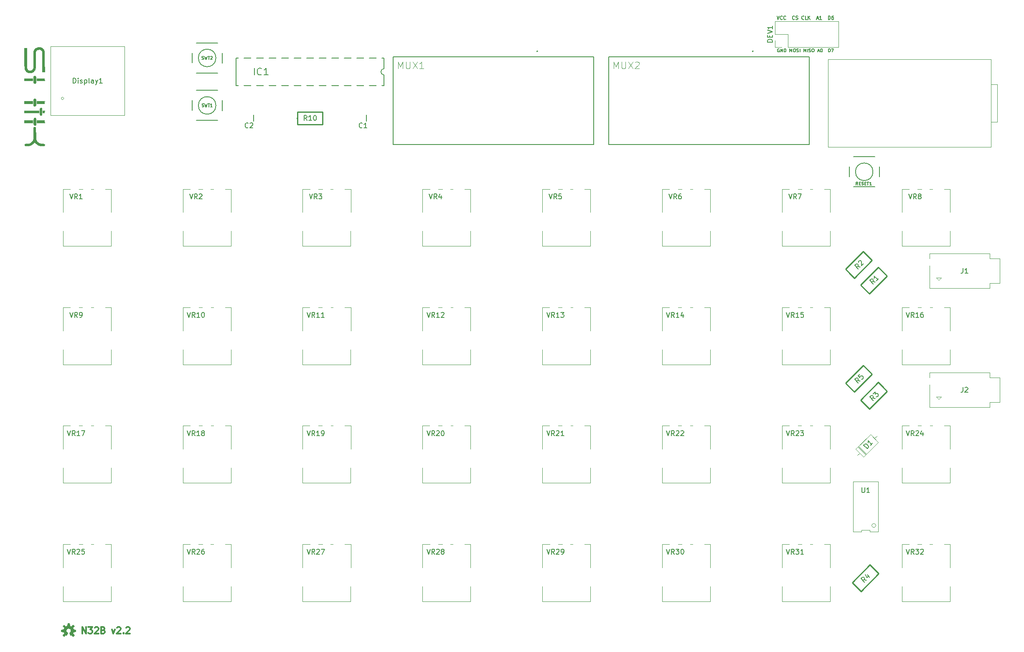
<source format=gto>
G04 #@! TF.GenerationSoftware,KiCad,Pcbnew,(5.1.10-1-10_14)*
G04 #@! TF.CreationDate,2021-10-10T16:36:06+03:00*
G04 #@! TF.ProjectId,N32B,4e333242-2e6b-4696-9361-645f70636258,V2.2*
G04 #@! TF.SameCoordinates,Original*
G04 #@! TF.FileFunction,Legend,Top*
G04 #@! TF.FilePolarity,Positive*
%FSLAX46Y46*%
G04 Gerber Fmt 4.6, Leading zero omitted, Abs format (unit mm)*
G04 Created by KiCad (PCBNEW (5.1.10-1-10_14)) date 2021-10-10 16:36:06*
%MOMM*%
%LPD*%
G01*
G04 APERTURE LIST*
%ADD10C,0.300000*%
%ADD11C,0.150000*%
%ADD12C,0.010000*%
%ADD13C,0.120000*%
%ADD14C,0.127000*%
%ADD15C,0.200000*%
%ADD16C,0.203200*%
%ADD17C,0.254000*%
%ADD18C,0.152400*%
%ADD19C,0.015000*%
%ADD20C,1.800000*%
%ADD21C,2.999740*%
%ADD22R,1.700000X1.700000*%
%ADD23O,1.700000X1.700000*%
%ADD24C,2.003200*%
%ADD25C,0.100000*%
%ADD26C,2.235200*%
%ADD27C,1.200000*%
%ADD28O,2.000000X1.400000*%
%ADD29R,2.000000X1.400000*%
%ADD30C,3.200000*%
%ADD31O,1.320800X2.641600*%
%ADD32C,2.082800*%
G04 APERTURE END LIST*
D10*
X42414523Y-148924095D02*
X42414523Y-147624095D01*
X43157380Y-148924095D01*
X43157380Y-147624095D01*
X43652619Y-147624095D02*
X44457380Y-147624095D01*
X44024047Y-148119333D01*
X44209761Y-148119333D01*
X44333571Y-148181238D01*
X44395476Y-148243142D01*
X44457380Y-148366952D01*
X44457380Y-148676476D01*
X44395476Y-148800285D01*
X44333571Y-148862190D01*
X44209761Y-148924095D01*
X43838333Y-148924095D01*
X43714523Y-148862190D01*
X43652619Y-148800285D01*
X44952619Y-147747904D02*
X45014523Y-147686000D01*
X45138333Y-147624095D01*
X45447857Y-147624095D01*
X45571666Y-147686000D01*
X45633571Y-147747904D01*
X45695476Y-147871714D01*
X45695476Y-147995523D01*
X45633571Y-148181238D01*
X44890714Y-148924095D01*
X45695476Y-148924095D01*
X46685952Y-148243142D02*
X46871666Y-148305047D01*
X46933571Y-148366952D01*
X46995476Y-148490761D01*
X46995476Y-148676476D01*
X46933571Y-148800285D01*
X46871666Y-148862190D01*
X46747857Y-148924095D01*
X46252619Y-148924095D01*
X46252619Y-147624095D01*
X46685952Y-147624095D01*
X46809761Y-147686000D01*
X46871666Y-147747904D01*
X46933571Y-147871714D01*
X46933571Y-147995523D01*
X46871666Y-148119333D01*
X46809761Y-148181238D01*
X46685952Y-148243142D01*
X46252619Y-148243142D01*
X48419285Y-148057428D02*
X48728809Y-148924095D01*
X49038333Y-148057428D01*
X49471666Y-147747904D02*
X49533571Y-147686000D01*
X49657380Y-147624095D01*
X49966904Y-147624095D01*
X50090714Y-147686000D01*
X50152619Y-147747904D01*
X50214523Y-147871714D01*
X50214523Y-147995523D01*
X50152619Y-148181238D01*
X49409761Y-148924095D01*
X50214523Y-148924095D01*
X50771666Y-148800285D02*
X50833571Y-148862190D01*
X50771666Y-148924095D01*
X50709761Y-148862190D01*
X50771666Y-148800285D01*
X50771666Y-148924095D01*
X51328809Y-147747904D02*
X51390714Y-147686000D01*
X51514523Y-147624095D01*
X51824047Y-147624095D01*
X51947857Y-147686000D01*
X52009761Y-147747904D01*
X52071666Y-147871714D01*
X52071666Y-147995523D01*
X52009761Y-148181238D01*
X51266904Y-148924095D01*
X52071666Y-148924095D01*
D11*
X183667666Y-30409000D02*
X183605761Y-30378047D01*
X183512904Y-30378047D01*
X183420047Y-30409000D01*
X183358142Y-30470904D01*
X183327190Y-30532809D01*
X183296238Y-30656619D01*
X183296238Y-30749476D01*
X183327190Y-30873285D01*
X183358142Y-30935190D01*
X183420047Y-30997095D01*
X183512904Y-31028047D01*
X183574809Y-31028047D01*
X183667666Y-30997095D01*
X183698619Y-30966142D01*
X183698619Y-30749476D01*
X183574809Y-30749476D01*
X183977190Y-31028047D02*
X183977190Y-30378047D01*
X184348619Y-31028047D01*
X184348619Y-30378047D01*
X184658142Y-31028047D02*
X184658142Y-30378047D01*
X184812904Y-30378047D01*
X184905761Y-30409000D01*
X184967666Y-30470904D01*
X184998619Y-30532809D01*
X185029571Y-30656619D01*
X185029571Y-30749476D01*
X184998619Y-30873285D01*
X184967666Y-30935190D01*
X184905761Y-30997095D01*
X184812904Y-31028047D01*
X184658142Y-31028047D01*
X185803380Y-31028047D02*
X185803380Y-30378047D01*
X186020047Y-30842333D01*
X186236714Y-30378047D01*
X186236714Y-31028047D01*
X186670047Y-30378047D02*
X186793857Y-30378047D01*
X186855761Y-30409000D01*
X186917666Y-30470904D01*
X186948619Y-30594714D01*
X186948619Y-30811380D01*
X186917666Y-30935190D01*
X186855761Y-30997095D01*
X186793857Y-31028047D01*
X186670047Y-31028047D01*
X186608142Y-30997095D01*
X186546238Y-30935190D01*
X186515285Y-30811380D01*
X186515285Y-30594714D01*
X186546238Y-30470904D01*
X186608142Y-30409000D01*
X186670047Y-30378047D01*
X187196238Y-30997095D02*
X187289095Y-31028047D01*
X187443857Y-31028047D01*
X187505761Y-30997095D01*
X187536714Y-30966142D01*
X187567666Y-30904238D01*
X187567666Y-30842333D01*
X187536714Y-30780428D01*
X187505761Y-30749476D01*
X187443857Y-30718523D01*
X187320047Y-30687571D01*
X187258142Y-30656619D01*
X187227190Y-30625666D01*
X187196238Y-30563761D01*
X187196238Y-30501857D01*
X187227190Y-30439952D01*
X187258142Y-30409000D01*
X187320047Y-30378047D01*
X187474809Y-30378047D01*
X187567666Y-30409000D01*
X187846238Y-31028047D02*
X187846238Y-30378047D01*
X188651000Y-31028047D02*
X188651000Y-30378047D01*
X188867666Y-30842333D01*
X189084333Y-30378047D01*
X189084333Y-31028047D01*
X189393857Y-31028047D02*
X189393857Y-30378047D01*
X189672428Y-30997095D02*
X189765285Y-31028047D01*
X189920047Y-31028047D01*
X189981952Y-30997095D01*
X190012904Y-30966142D01*
X190043857Y-30904238D01*
X190043857Y-30842333D01*
X190012904Y-30780428D01*
X189981952Y-30749476D01*
X189920047Y-30718523D01*
X189796238Y-30687571D01*
X189734333Y-30656619D01*
X189703380Y-30625666D01*
X189672428Y-30563761D01*
X189672428Y-30501857D01*
X189703380Y-30439952D01*
X189734333Y-30409000D01*
X189796238Y-30378047D01*
X189951000Y-30378047D01*
X190043857Y-30409000D01*
X190446238Y-30378047D02*
X190570047Y-30378047D01*
X190631952Y-30409000D01*
X190693857Y-30470904D01*
X190724809Y-30594714D01*
X190724809Y-30811380D01*
X190693857Y-30935190D01*
X190631952Y-30997095D01*
X190570047Y-31028047D01*
X190446238Y-31028047D01*
X190384333Y-30997095D01*
X190322428Y-30935190D01*
X190291476Y-30811380D01*
X190291476Y-30594714D01*
X190322428Y-30470904D01*
X190384333Y-30409000D01*
X190446238Y-30378047D01*
X191467666Y-30842333D02*
X191777190Y-30842333D01*
X191405761Y-31028047D02*
X191622428Y-30378047D01*
X191839095Y-31028047D01*
X192179571Y-30378047D02*
X192241476Y-30378047D01*
X192303380Y-30409000D01*
X192334333Y-30439952D01*
X192365285Y-30501857D01*
X192396238Y-30625666D01*
X192396238Y-30780428D01*
X192365285Y-30904238D01*
X192334333Y-30966142D01*
X192303380Y-30997095D01*
X192241476Y-31028047D01*
X192179571Y-31028047D01*
X192117666Y-30997095D01*
X192086714Y-30966142D01*
X192055761Y-30904238D01*
X192024809Y-30780428D01*
X192024809Y-30625666D01*
X192055761Y-30501857D01*
X192086714Y-30439952D01*
X192117666Y-30409000D01*
X192179571Y-30378047D01*
X193665285Y-31028047D02*
X193665285Y-30378047D01*
X193820047Y-30378047D01*
X193912904Y-30409000D01*
X193974809Y-30470904D01*
X194005761Y-30532809D01*
X194036714Y-30656619D01*
X194036714Y-30749476D01*
X194005761Y-30873285D01*
X193974809Y-30935190D01*
X193912904Y-30997095D01*
X193820047Y-31028047D01*
X193665285Y-31028047D01*
X194253380Y-30378047D02*
X194686714Y-30378047D01*
X194408142Y-31028047D01*
X183192666Y-23746666D02*
X183426000Y-24446666D01*
X183659333Y-23746666D01*
X184292666Y-24380000D02*
X184259333Y-24413333D01*
X184159333Y-24446666D01*
X184092666Y-24446666D01*
X183992666Y-24413333D01*
X183926000Y-24346666D01*
X183892666Y-24280000D01*
X183859333Y-24146666D01*
X183859333Y-24046666D01*
X183892666Y-23913333D01*
X183926000Y-23846666D01*
X183992666Y-23780000D01*
X184092666Y-23746666D01*
X184159333Y-23746666D01*
X184259333Y-23780000D01*
X184292666Y-23813333D01*
X184992666Y-24380000D02*
X184959333Y-24413333D01*
X184859333Y-24446666D01*
X184792666Y-24446666D01*
X184692666Y-24413333D01*
X184626000Y-24346666D01*
X184592666Y-24280000D01*
X184559333Y-24146666D01*
X184559333Y-24046666D01*
X184592666Y-23913333D01*
X184626000Y-23846666D01*
X184692666Y-23780000D01*
X184792666Y-23746666D01*
X184859333Y-23746666D01*
X184959333Y-23780000D01*
X184992666Y-23813333D01*
X186759333Y-24380000D02*
X186726000Y-24413333D01*
X186626000Y-24446666D01*
X186559333Y-24446666D01*
X186459333Y-24413333D01*
X186392666Y-24346666D01*
X186359333Y-24280000D01*
X186326000Y-24146666D01*
X186326000Y-24046666D01*
X186359333Y-23913333D01*
X186392666Y-23846666D01*
X186459333Y-23780000D01*
X186559333Y-23746666D01*
X186626000Y-23746666D01*
X186726000Y-23780000D01*
X186759333Y-23813333D01*
X187026000Y-24413333D02*
X187126000Y-24446666D01*
X187292666Y-24446666D01*
X187359333Y-24413333D01*
X187392666Y-24380000D01*
X187426000Y-24313333D01*
X187426000Y-24246666D01*
X187392666Y-24180000D01*
X187359333Y-24146666D01*
X187292666Y-24113333D01*
X187159333Y-24080000D01*
X187092666Y-24046666D01*
X187059333Y-24013333D01*
X187026000Y-23946666D01*
X187026000Y-23880000D01*
X187059333Y-23813333D01*
X187092666Y-23780000D01*
X187159333Y-23746666D01*
X187326000Y-23746666D01*
X187426000Y-23780000D01*
X188659333Y-24380000D02*
X188626000Y-24413333D01*
X188526000Y-24446666D01*
X188459333Y-24446666D01*
X188359333Y-24413333D01*
X188292666Y-24346666D01*
X188259333Y-24280000D01*
X188226000Y-24146666D01*
X188226000Y-24046666D01*
X188259333Y-23913333D01*
X188292666Y-23846666D01*
X188359333Y-23780000D01*
X188459333Y-23746666D01*
X188526000Y-23746666D01*
X188626000Y-23780000D01*
X188659333Y-23813333D01*
X189292666Y-24446666D02*
X188959333Y-24446666D01*
X188959333Y-23746666D01*
X189526000Y-24446666D02*
X189526000Y-23746666D01*
X189926000Y-24446666D02*
X189626000Y-24046666D01*
X189926000Y-23746666D02*
X189526000Y-24146666D01*
X191259333Y-24246666D02*
X191592666Y-24246666D01*
X191192666Y-24446666D02*
X191426000Y-23746666D01*
X191659333Y-24446666D01*
X192259333Y-24446666D02*
X191859333Y-24446666D01*
X192059333Y-24446666D02*
X192059333Y-23746666D01*
X191992666Y-23846666D01*
X191926000Y-23913333D01*
X191859333Y-23946666D01*
X193626000Y-24446666D02*
X193626000Y-23746666D01*
X193792666Y-23746666D01*
X193892666Y-23780000D01*
X193959333Y-23846666D01*
X193992666Y-23913333D01*
X194026000Y-24046666D01*
X194026000Y-24146666D01*
X193992666Y-24280000D01*
X193959333Y-24346666D01*
X193892666Y-24413333D01*
X193792666Y-24446666D01*
X193626000Y-24446666D01*
X194626000Y-23746666D02*
X194492666Y-23746666D01*
X194426000Y-23780000D01*
X194392666Y-23813333D01*
X194326000Y-23913333D01*
X194292666Y-24046666D01*
X194292666Y-24313333D01*
X194326000Y-24380000D01*
X194359333Y-24413333D01*
X194426000Y-24446666D01*
X194559333Y-24446666D01*
X194626000Y-24413333D01*
X194659333Y-24380000D01*
X194692666Y-24313333D01*
X194692666Y-24146666D01*
X194659333Y-24080000D01*
X194626000Y-24046666D01*
X194559333Y-24013333D01*
X194426000Y-24013333D01*
X194359333Y-24046666D01*
X194326000Y-24080000D01*
X194292666Y-24146666D01*
D12*
G36*
X32846799Y-46235790D02*
G01*
X32917688Y-46297226D01*
X32964415Y-46384101D01*
X32972901Y-46419410D01*
X32976000Y-46462448D01*
X32979184Y-46550630D01*
X32982351Y-46678250D01*
X32985402Y-46839602D01*
X32988236Y-47028979D01*
X32990753Y-47240675D01*
X32992851Y-47468985D01*
X32993864Y-47610889D01*
X33000905Y-48716895D01*
X33100050Y-48920298D01*
X33234191Y-49140700D01*
X33403733Y-49326690D01*
X33605001Y-49474559D01*
X33699686Y-49525164D01*
X33777404Y-49561357D01*
X33843222Y-49587260D01*
X33909191Y-49605302D01*
X33987362Y-49617909D01*
X34089785Y-49627512D01*
X34228513Y-49636540D01*
X34262126Y-49638516D01*
X34434531Y-49650705D01*
X34563439Y-49665934D01*
X34656199Y-49686613D01*
X34720160Y-49715153D01*
X34762673Y-49753964D01*
X34791085Y-49805455D01*
X34794028Y-49812947D01*
X34800084Y-49894176D01*
X34765094Y-49974055D01*
X34696880Y-50037172D01*
X34674115Y-50049189D01*
X34606539Y-50065912D01*
X34500336Y-50075678D01*
X34367234Y-50078623D01*
X34218961Y-50074880D01*
X34067245Y-50064583D01*
X33923812Y-50047865D01*
X33875178Y-50040076D01*
X33666448Y-49989842D01*
X33478033Y-49912715D01*
X33298038Y-49802348D01*
X33114565Y-49652394D01*
X33068487Y-49609614D01*
X32949668Y-49501457D01*
X32855879Y-49430926D01*
X32778581Y-49397446D01*
X32709236Y-49400445D01*
X32639309Y-49439348D01*
X32560262Y-49513582D01*
X32507468Y-49571922D01*
X32319774Y-49747542D01*
X32098800Y-49886710D01*
X31848393Y-49987720D01*
X31572403Y-50048864D01*
X31393738Y-50065826D01*
X31273992Y-50072259D01*
X31167537Y-50078748D01*
X31088152Y-50084410D01*
X31055441Y-50087487D01*
X30984599Y-50087394D01*
X30907584Y-50076418D01*
X30806322Y-50034979D01*
X30738581Y-49970373D01*
X30705615Y-49892869D01*
X30708680Y-49812738D01*
X30749032Y-49740250D01*
X30827925Y-49685675D01*
X30858473Y-49674580D01*
X30914599Y-49664090D01*
X31009082Y-49653328D01*
X31129452Y-49643461D01*
X31263236Y-49635657D01*
X31284270Y-49634711D01*
X31424031Y-49628159D01*
X31525992Y-49620714D01*
X31603166Y-49609634D01*
X31668572Y-49592180D01*
X31735225Y-49565608D01*
X31816140Y-49527178D01*
X31832162Y-49519313D01*
X32046736Y-49387214D01*
X32226174Y-49218759D01*
X32371683Y-49012713D01*
X32422769Y-48915085D01*
X32517403Y-48716895D01*
X32530116Y-47560038D01*
X32533219Y-47321318D01*
X32537053Y-47097563D01*
X32541459Y-46894043D01*
X32546282Y-46716029D01*
X32551364Y-46568791D01*
X32556548Y-46457599D01*
X32561678Y-46387725D01*
X32565680Y-46365043D01*
X32639256Y-46271110D01*
X32719289Y-46220294D01*
X32764533Y-46212491D01*
X32846799Y-46235790D01*
G37*
X32846799Y-46235790D02*
X32917688Y-46297226D01*
X32964415Y-46384101D01*
X32972901Y-46419410D01*
X32976000Y-46462448D01*
X32979184Y-46550630D01*
X32982351Y-46678250D01*
X32985402Y-46839602D01*
X32988236Y-47028979D01*
X32990753Y-47240675D01*
X32992851Y-47468985D01*
X32993864Y-47610889D01*
X33000905Y-48716895D01*
X33100050Y-48920298D01*
X33234191Y-49140700D01*
X33403733Y-49326690D01*
X33605001Y-49474559D01*
X33699686Y-49525164D01*
X33777404Y-49561357D01*
X33843222Y-49587260D01*
X33909191Y-49605302D01*
X33987362Y-49617909D01*
X34089785Y-49627512D01*
X34228513Y-49636540D01*
X34262126Y-49638516D01*
X34434531Y-49650705D01*
X34563439Y-49665934D01*
X34656199Y-49686613D01*
X34720160Y-49715153D01*
X34762673Y-49753964D01*
X34791085Y-49805455D01*
X34794028Y-49812947D01*
X34800084Y-49894176D01*
X34765094Y-49974055D01*
X34696880Y-50037172D01*
X34674115Y-50049189D01*
X34606539Y-50065912D01*
X34500336Y-50075678D01*
X34367234Y-50078623D01*
X34218961Y-50074880D01*
X34067245Y-50064583D01*
X33923812Y-50047865D01*
X33875178Y-50040076D01*
X33666448Y-49989842D01*
X33478033Y-49912715D01*
X33298038Y-49802348D01*
X33114565Y-49652394D01*
X33068487Y-49609614D01*
X32949668Y-49501457D01*
X32855879Y-49430926D01*
X32778581Y-49397446D01*
X32709236Y-49400445D01*
X32639309Y-49439348D01*
X32560262Y-49513582D01*
X32507468Y-49571922D01*
X32319774Y-49747542D01*
X32098800Y-49886710D01*
X31848393Y-49987720D01*
X31572403Y-50048864D01*
X31393738Y-50065826D01*
X31273992Y-50072259D01*
X31167537Y-50078748D01*
X31088152Y-50084410D01*
X31055441Y-50087487D01*
X30984599Y-50087394D01*
X30907584Y-50076418D01*
X30806322Y-50034979D01*
X30738581Y-49970373D01*
X30705615Y-49892869D01*
X30708680Y-49812738D01*
X30749032Y-49740250D01*
X30827925Y-49685675D01*
X30858473Y-49674580D01*
X30914599Y-49664090D01*
X31009082Y-49653328D01*
X31129452Y-49643461D01*
X31263236Y-49635657D01*
X31284270Y-49634711D01*
X31424031Y-49628159D01*
X31525992Y-49620714D01*
X31603166Y-49609634D01*
X31668572Y-49592180D01*
X31735225Y-49565608D01*
X31816140Y-49527178D01*
X31832162Y-49519313D01*
X32046736Y-49387214D01*
X32226174Y-49218759D01*
X32371683Y-49012713D01*
X32422769Y-48915085D01*
X32517403Y-48716895D01*
X32530116Y-47560038D01*
X32533219Y-47321318D01*
X32537053Y-47097563D01*
X32541459Y-46894043D01*
X32546282Y-46716029D01*
X32551364Y-46568791D01*
X32556548Y-46457599D01*
X32561678Y-46387725D01*
X32565680Y-46365043D01*
X32639256Y-46271110D01*
X32719289Y-46220294D01*
X32764533Y-46212491D01*
X32846799Y-46235790D01*
G36*
X32907175Y-44401116D02*
G01*
X32980504Y-44469245D01*
X33031813Y-44575430D01*
X33052002Y-44670766D01*
X33057125Y-44741826D01*
X33060507Y-44852097D01*
X33061996Y-44989967D01*
X33061445Y-45143822D01*
X33059613Y-45262170D01*
X33054189Y-45451671D01*
X33045709Y-45597161D01*
X33032465Y-45705463D01*
X33012753Y-45783398D01*
X32984865Y-45837790D01*
X32947095Y-45875460D01*
X32899495Y-45902436D01*
X32826598Y-45928371D01*
X32766722Y-45924892D01*
X32708094Y-45900301D01*
X32661546Y-45871969D01*
X32625400Y-45834927D01*
X32598383Y-45782896D01*
X32579222Y-45709595D01*
X32566642Y-45608746D01*
X32559369Y-45474069D01*
X32556130Y-45299284D01*
X32555581Y-45148465D01*
X32556704Y-44940333D01*
X32560971Y-44776886D01*
X32569676Y-44651991D01*
X32584114Y-44559517D01*
X32605581Y-44493330D01*
X32635371Y-44447299D01*
X32674779Y-44415290D01*
X32714588Y-44395454D01*
X32816858Y-44375149D01*
X32907175Y-44401116D01*
G37*
X32907175Y-44401116D02*
X32980504Y-44469245D01*
X33031813Y-44575430D01*
X33052002Y-44670766D01*
X33057125Y-44741826D01*
X33060507Y-44852097D01*
X33061996Y-44989967D01*
X33061445Y-45143822D01*
X33059613Y-45262170D01*
X33054189Y-45451671D01*
X33045709Y-45597161D01*
X33032465Y-45705463D01*
X33012753Y-45783398D01*
X32984865Y-45837790D01*
X32947095Y-45875460D01*
X32899495Y-45902436D01*
X32826598Y-45928371D01*
X32766722Y-45924892D01*
X32708094Y-45900301D01*
X32661546Y-45871969D01*
X32625400Y-45834927D01*
X32598383Y-45782896D01*
X32579222Y-45709595D01*
X32566642Y-45608746D01*
X32559369Y-45474069D01*
X32556130Y-45299284D01*
X32555581Y-45148465D01*
X32556704Y-44940333D01*
X32560971Y-44776886D01*
X32569676Y-44651991D01*
X32584114Y-44559517D01*
X32605581Y-44493330D01*
X32635371Y-44447299D01*
X32674779Y-44415290D01*
X32714588Y-44395454D01*
X32816858Y-44375149D01*
X32907175Y-44401116D01*
G36*
X31519455Y-44921798D02*
G01*
X32339425Y-44928507D01*
X32346772Y-45150979D01*
X32354118Y-45373452D01*
X30699485Y-45373452D01*
X30699485Y-44915090D01*
X31519455Y-44921798D01*
G37*
X31519455Y-44921798D02*
X32339425Y-44928507D01*
X32346772Y-45150979D01*
X32354118Y-45373452D01*
X30699485Y-45373452D01*
X30699485Y-44915090D01*
X31519455Y-44921798D01*
G36*
X34762187Y-45150979D02*
G01*
X34769533Y-45373452D01*
X33189197Y-45373452D01*
X33196544Y-45150979D01*
X33203890Y-44928507D01*
X34754841Y-44928507D01*
X34762187Y-45150979D01*
G37*
X34762187Y-45150979D02*
X34769533Y-45373452D01*
X33189197Y-45373452D01*
X33196544Y-45150979D01*
X33203890Y-44928507D01*
X34754841Y-44928507D01*
X34762187Y-45150979D01*
G36*
X34117209Y-42381320D02*
G01*
X34126406Y-42387508D01*
X34167370Y-42419833D01*
X34198968Y-42456771D01*
X34222400Y-42505016D01*
X34238863Y-42571264D01*
X34249557Y-42662210D01*
X34255678Y-42784551D01*
X34258426Y-42944982D01*
X34259005Y-43128395D01*
X34258504Y-43315761D01*
X34256694Y-43459531D01*
X34253073Y-43566953D01*
X34247140Y-43645277D01*
X34238391Y-43701751D01*
X34226325Y-43743623D01*
X34214511Y-43770369D01*
X34148835Y-43850782D01*
X34058043Y-43898451D01*
X33961164Y-43904930D01*
X33908277Y-43879806D01*
X33850277Y-43830041D01*
X33840393Y-43818895D01*
X33775962Y-43742323D01*
X33775962Y-42520719D01*
X33862408Y-42434272D01*
X33950191Y-42367656D01*
X34033592Y-42350277D01*
X34117209Y-42381320D01*
G37*
X34117209Y-42381320D02*
X34126406Y-42387508D01*
X34167370Y-42419833D01*
X34198968Y-42456771D01*
X34222400Y-42505016D01*
X34238863Y-42571264D01*
X34249557Y-42662210D01*
X34255678Y-42784551D01*
X34258426Y-42944982D01*
X34259005Y-43128395D01*
X34258504Y-43315761D01*
X34256694Y-43459531D01*
X34253073Y-43566953D01*
X34247140Y-43645277D01*
X34238391Y-43701751D01*
X34226325Y-43743623D01*
X34214511Y-43770369D01*
X34148835Y-43850782D01*
X34058043Y-43898451D01*
X33961164Y-43904930D01*
X33908277Y-43879806D01*
X33850277Y-43830041D01*
X33840393Y-43818895D01*
X33775962Y-43742323D01*
X33775962Y-42520719D01*
X33862408Y-42434272D01*
X33950191Y-42367656D01*
X34033592Y-42350277D01*
X34117209Y-42381320D01*
G36*
X33623409Y-43364843D02*
G01*
X30699485Y-43364843D01*
X30699485Y-42907185D01*
X33623409Y-42907185D01*
X33623409Y-43364843D01*
G37*
X33623409Y-43364843D02*
X30699485Y-43364843D01*
X30699485Y-42907185D01*
X33623409Y-42907185D01*
X33623409Y-43364843D01*
G36*
X34762187Y-43129658D02*
G01*
X34754841Y-43352130D01*
X34411597Y-43367166D01*
X34411597Y-42907185D01*
X34769533Y-42907185D01*
X34762187Y-43129658D01*
G37*
X34762187Y-43129658D02*
X34754841Y-43352130D01*
X34411597Y-43367166D01*
X34411597Y-42907185D01*
X34769533Y-42907185D01*
X34762187Y-43129658D01*
G36*
X32867353Y-40501623D02*
G01*
X32917453Y-40540490D01*
X33000486Y-40614636D01*
X33008201Y-41205719D01*
X33010217Y-41414607D01*
X33009605Y-41578936D01*
X33005509Y-41704969D01*
X32997073Y-41798967D01*
X32983441Y-41867191D01*
X32963758Y-41915902D01*
X32937167Y-41951363D01*
X32902813Y-41979835D01*
X32902336Y-41980170D01*
X32823637Y-42010222D01*
X32729674Y-42013444D01*
X32650886Y-41989833D01*
X32614553Y-41964241D01*
X32586242Y-41930731D01*
X32564977Y-41883134D01*
X32549780Y-41815281D01*
X32539673Y-41721005D01*
X32533679Y-41594138D01*
X32530819Y-41428510D01*
X32530116Y-41227827D01*
X32530116Y-40639237D01*
X32616562Y-40552791D01*
X32702609Y-40486670D01*
X32783854Y-40469710D01*
X32867353Y-40501623D01*
G37*
X32867353Y-40501623D02*
X32917453Y-40540490D01*
X33000486Y-40614636D01*
X33008201Y-41205719D01*
X33010217Y-41414607D01*
X33009605Y-41578936D01*
X33005509Y-41704969D01*
X32997073Y-41798967D01*
X32983441Y-41867191D01*
X32963758Y-41915902D01*
X32937167Y-41951363D01*
X32902813Y-41979835D01*
X32902336Y-41980170D01*
X32823637Y-42010222D01*
X32729674Y-42013444D01*
X32650886Y-41989833D01*
X32614553Y-41964241D01*
X32586242Y-41930731D01*
X32564977Y-41883134D01*
X32549780Y-41815281D01*
X32539673Y-41721005D01*
X32533679Y-41594138D01*
X32530819Y-41428510D01*
X32530116Y-41227827D01*
X32530116Y-40639237D01*
X32616562Y-40552791D01*
X32702609Y-40486670D01*
X32783854Y-40469710D01*
X32867353Y-40501623D01*
G36*
X32346772Y-41248176D02*
G01*
X32339425Y-41470649D01*
X31519455Y-41477357D01*
X30699485Y-41484066D01*
X30699485Y-41025704D01*
X32354118Y-41025704D01*
X32346772Y-41248176D01*
G37*
X32346772Y-41248176D02*
X32339425Y-41470649D01*
X31519455Y-41477357D01*
X30699485Y-41484066D01*
X30699485Y-41025704D01*
X32354118Y-41025704D01*
X32346772Y-41248176D01*
G36*
X34762187Y-41248176D02*
G01*
X34754841Y-41470649D01*
X33990325Y-41477371D01*
X33798009Y-41478502D01*
X33622288Y-41478462D01*
X33469556Y-41477339D01*
X33346210Y-41475218D01*
X33258645Y-41472186D01*
X33213257Y-41468330D01*
X33208493Y-41466777D01*
X33200532Y-41434945D01*
X33194502Y-41365377D01*
X33191393Y-41271183D01*
X33191177Y-41237582D01*
X33191177Y-41025704D01*
X34769533Y-41025704D01*
X34762187Y-41248176D01*
G37*
X34762187Y-41248176D02*
X34754841Y-41470649D01*
X33990325Y-41477371D01*
X33798009Y-41478502D01*
X33622288Y-41478462D01*
X33469556Y-41477339D01*
X33346210Y-41475218D01*
X33258645Y-41472186D01*
X33213257Y-41468330D01*
X33208493Y-41466777D01*
X33200532Y-41434945D01*
X33194502Y-41365377D01*
X33191393Y-41271183D01*
X33191177Y-41237582D01*
X33191177Y-41025704D01*
X34769533Y-41025704D01*
X34762187Y-41248176D01*
G36*
X32840173Y-35874212D02*
G01*
X32902336Y-35901468D01*
X32936792Y-35929893D01*
X32963473Y-35965229D01*
X32983237Y-36013739D01*
X32996938Y-36081683D01*
X33005433Y-36175324D01*
X33009577Y-36300922D01*
X33010227Y-36464740D01*
X33008239Y-36673039D01*
X33008201Y-36675919D01*
X33000486Y-37267002D01*
X32917453Y-37341148D01*
X32829639Y-37400161D01*
X32748009Y-37410463D01*
X32665508Y-37371764D01*
X32616562Y-37328847D01*
X32530116Y-37242401D01*
X32530116Y-36653811D01*
X32530896Y-36444769D01*
X32533908Y-36280443D01*
X32540160Y-36154713D01*
X32550660Y-36061460D01*
X32566416Y-35994562D01*
X32588436Y-35947901D01*
X32617727Y-35915357D01*
X32655299Y-35890809D01*
X32655835Y-35890522D01*
X32744256Y-35866438D01*
X32840173Y-35874212D01*
G37*
X32840173Y-35874212D02*
X32902336Y-35901468D01*
X32936792Y-35929893D01*
X32963473Y-35965229D01*
X32983237Y-36013739D01*
X32996938Y-36081683D01*
X33005433Y-36175324D01*
X33009577Y-36300922D01*
X33010227Y-36464740D01*
X33008239Y-36673039D01*
X33008201Y-36675919D01*
X33000486Y-37267002D01*
X32917453Y-37341148D01*
X32829639Y-37400161D01*
X32748009Y-37410463D01*
X32665508Y-37371764D01*
X32616562Y-37328847D01*
X32530116Y-37242401D01*
X32530116Y-36653811D01*
X32530896Y-36444769D01*
X32533908Y-36280443D01*
X32540160Y-36154713D01*
X32550660Y-36061460D01*
X32566416Y-35994562D01*
X32588436Y-35947901D01*
X32617727Y-35915357D01*
X32655299Y-35890809D01*
X32655835Y-35890522D01*
X32744256Y-35866438D01*
X32840173Y-35874212D01*
G36*
X31519455Y-36404281D02*
G01*
X32339425Y-36410989D01*
X32346772Y-36633462D01*
X32354118Y-36855934D01*
X30699485Y-36855934D01*
X30699485Y-36397572D01*
X31519455Y-36404281D01*
G37*
X31519455Y-36404281D02*
X32339425Y-36410989D01*
X32346772Y-36633462D01*
X32354118Y-36855934D01*
X30699485Y-36855934D01*
X30699485Y-36397572D01*
X31519455Y-36404281D01*
G36*
X34762187Y-36633462D02*
G01*
X34769533Y-36855934D01*
X33189197Y-36855934D01*
X33196544Y-36633462D01*
X33203890Y-36410989D01*
X34754841Y-36410989D01*
X34762187Y-36633462D01*
G37*
X34762187Y-36633462D02*
X34769533Y-36855934D01*
X33189197Y-36855934D01*
X33196544Y-36633462D01*
X33203890Y-36410989D01*
X34754841Y-36410989D01*
X34762187Y-36633462D01*
G36*
X33907553Y-30085112D02*
G01*
X34111253Y-30157126D01*
X34299902Y-30267944D01*
X34467474Y-30416323D01*
X34607937Y-30601022D01*
X34673097Y-30721094D01*
X34754841Y-30893672D01*
X34761910Y-32972200D01*
X34768980Y-35050729D01*
X34336780Y-35050729D01*
X34329694Y-33023051D01*
X34322609Y-30995374D01*
X34266383Y-30890253D01*
X34153689Y-30731971D01*
X34004129Y-30608340D01*
X33906595Y-30555656D01*
X33813628Y-30518684D01*
X33731313Y-30503115D01*
X33631974Y-30504294D01*
X33610581Y-30505891D01*
X33442630Y-30539962D01*
X33286680Y-30610067D01*
X33152483Y-30709149D01*
X33049790Y-30830151D01*
X32991856Y-30953636D01*
X32985016Y-30995046D01*
X32979140Y-31071690D01*
X32974191Y-31185629D01*
X32970130Y-31338923D01*
X32966921Y-31533635D01*
X32964525Y-31771823D01*
X32962905Y-32055550D01*
X32962024Y-32386875D01*
X32961837Y-32600125D01*
X32961357Y-32881386D01*
X32960152Y-33151603D01*
X32958294Y-33405774D01*
X32955853Y-33638897D01*
X32952900Y-33845971D01*
X32949505Y-34021993D01*
X32945741Y-34161962D01*
X32941677Y-34260876D01*
X32937567Y-34312520D01*
X32881447Y-34535028D01*
X32784052Y-34735662D01*
X32651172Y-34910565D01*
X32488601Y-35055881D01*
X32302128Y-35167754D01*
X32097547Y-35242328D01*
X31880648Y-35275746D01*
X31657223Y-35264153D01*
X31544376Y-35240138D01*
X31323206Y-35156334D01*
X31127014Y-35033277D01*
X30961521Y-34876323D01*
X30832452Y-34690827D01*
X30749885Y-34496634D01*
X30740714Y-34465334D01*
X30732727Y-34432455D01*
X30725842Y-34394442D01*
X30719979Y-34347736D01*
X30715054Y-34288780D01*
X30710987Y-34214018D01*
X30707696Y-34119891D01*
X30705098Y-34002843D01*
X30703113Y-33859316D01*
X30701659Y-33685753D01*
X30700653Y-33478597D01*
X30700015Y-33234290D01*
X30699662Y-32949276D01*
X30699513Y-32619997D01*
X30699485Y-32302105D01*
X30699485Y-30270749D01*
X31130259Y-30270749D01*
X31137345Y-32298427D01*
X31144430Y-34326104D01*
X31213100Y-34456276D01*
X31319478Y-34606973D01*
X31456343Y-34720463D01*
X31616760Y-34793971D01*
X31793797Y-34824723D01*
X31980519Y-34809943D01*
X32051944Y-34791999D01*
X32162115Y-34738979D01*
X32274168Y-34651508D01*
X32373387Y-34543202D01*
X32444544Y-34428775D01*
X32504194Y-34300679D01*
X32504442Y-32693772D01*
X32504970Y-32300244D01*
X32506429Y-31957261D01*
X32508822Y-31664529D01*
X32512156Y-31421750D01*
X32516433Y-31228628D01*
X32521661Y-31084868D01*
X32527843Y-30990172D01*
X32532903Y-30952131D01*
X32587975Y-30778713D01*
X32676432Y-30602641D01*
X32787128Y-30443553D01*
X32874333Y-30350559D01*
X33062843Y-30209927D01*
X33266450Y-30114308D01*
X33479123Y-30062461D01*
X33694834Y-30053142D01*
X33907553Y-30085112D01*
G37*
X33907553Y-30085112D02*
X34111253Y-30157126D01*
X34299902Y-30267944D01*
X34467474Y-30416323D01*
X34607937Y-30601022D01*
X34673097Y-30721094D01*
X34754841Y-30893672D01*
X34761910Y-32972200D01*
X34768980Y-35050729D01*
X34336780Y-35050729D01*
X34329694Y-33023051D01*
X34322609Y-30995374D01*
X34266383Y-30890253D01*
X34153689Y-30731971D01*
X34004129Y-30608340D01*
X33906595Y-30555656D01*
X33813628Y-30518684D01*
X33731313Y-30503115D01*
X33631974Y-30504294D01*
X33610581Y-30505891D01*
X33442630Y-30539962D01*
X33286680Y-30610067D01*
X33152483Y-30709149D01*
X33049790Y-30830151D01*
X32991856Y-30953636D01*
X32985016Y-30995046D01*
X32979140Y-31071690D01*
X32974191Y-31185629D01*
X32970130Y-31338923D01*
X32966921Y-31533635D01*
X32964525Y-31771823D01*
X32962905Y-32055550D01*
X32962024Y-32386875D01*
X32961837Y-32600125D01*
X32961357Y-32881386D01*
X32960152Y-33151603D01*
X32958294Y-33405774D01*
X32955853Y-33638897D01*
X32952900Y-33845971D01*
X32949505Y-34021993D01*
X32945741Y-34161962D01*
X32941677Y-34260876D01*
X32937567Y-34312520D01*
X32881447Y-34535028D01*
X32784052Y-34735662D01*
X32651172Y-34910565D01*
X32488601Y-35055881D01*
X32302128Y-35167754D01*
X32097547Y-35242328D01*
X31880648Y-35275746D01*
X31657223Y-35264153D01*
X31544376Y-35240138D01*
X31323206Y-35156334D01*
X31127014Y-35033277D01*
X30961521Y-34876323D01*
X30832452Y-34690827D01*
X30749885Y-34496634D01*
X30740714Y-34465334D01*
X30732727Y-34432455D01*
X30725842Y-34394442D01*
X30719979Y-34347736D01*
X30715054Y-34288780D01*
X30710987Y-34214018D01*
X30707696Y-34119891D01*
X30705098Y-34002843D01*
X30703113Y-33859316D01*
X30701659Y-33685753D01*
X30700653Y-33478597D01*
X30700015Y-33234290D01*
X30699662Y-32949276D01*
X30699513Y-32619997D01*
X30699485Y-32302105D01*
X30699485Y-30270749D01*
X31130259Y-30270749D01*
X31137345Y-32298427D01*
X31144430Y-34326104D01*
X31213100Y-34456276D01*
X31319478Y-34606973D01*
X31456343Y-34720463D01*
X31616760Y-34793971D01*
X31793797Y-34824723D01*
X31980519Y-34809943D01*
X32051944Y-34791999D01*
X32162115Y-34738979D01*
X32274168Y-34651508D01*
X32373387Y-34543202D01*
X32444544Y-34428775D01*
X32504194Y-34300679D01*
X32504442Y-32693772D01*
X32504970Y-32300244D01*
X32506429Y-31957261D01*
X32508822Y-31664529D01*
X32512156Y-31421750D01*
X32516433Y-31228628D01*
X32521661Y-31084868D01*
X32527843Y-30990172D01*
X32532903Y-30952131D01*
X32587975Y-30778713D01*
X32676432Y-30602641D01*
X32787128Y-30443553D01*
X32874333Y-30350559D01*
X33062843Y-30209927D01*
X33266450Y-30114308D01*
X33479123Y-30062461D01*
X33694834Y-30053142D01*
X33907553Y-30085112D01*
G36*
X40017700Y-149288500D02*
G01*
X40170100Y-149209760D01*
X40546020Y-149517100D01*
X40805100Y-149258020D01*
X40497760Y-148882100D01*
X40576500Y-148729700D01*
X40627300Y-148567140D01*
X41112440Y-148516340D01*
X41112440Y-148155660D01*
X40627300Y-148104860D01*
X40576500Y-147942300D01*
X40497760Y-147789900D01*
X40805100Y-147413980D01*
X40546020Y-147154900D01*
X40170100Y-147462240D01*
X40017700Y-147383500D01*
X39855140Y-147332700D01*
X39804340Y-146847560D01*
X39443660Y-146847560D01*
X39392860Y-147332700D01*
X39230300Y-147383500D01*
X39077900Y-147462240D01*
X38701980Y-147154900D01*
X38442900Y-147413980D01*
X38750240Y-147789900D01*
X38671500Y-147942300D01*
X38620700Y-148104860D01*
X38135560Y-148155660D01*
X38135560Y-148516340D01*
X38620700Y-148567140D01*
X38671500Y-148729700D01*
X38750240Y-148882100D01*
X38442900Y-149258020D01*
X38701980Y-149517100D01*
X39077900Y-149209760D01*
X39230300Y-149288500D01*
X39446200Y-148767800D01*
X39349680Y-148714460D01*
X39268400Y-148638260D01*
X39207440Y-148546820D01*
X39169340Y-148445220D01*
X39156640Y-148336000D01*
X39169340Y-148226780D01*
X39209980Y-148120100D01*
X39273480Y-148028660D01*
X39357300Y-147952460D01*
X39456360Y-147901660D01*
X39563040Y-147873720D01*
X39674800Y-147871180D01*
X39784020Y-147896580D01*
X39883080Y-147947380D01*
X39969440Y-148021040D01*
X40032940Y-148112480D01*
X40076120Y-148216620D01*
X40091360Y-148325840D01*
X40081200Y-148435060D01*
X40043100Y-148541740D01*
X39982140Y-148635720D01*
X39900860Y-148711920D01*
X39801800Y-148767800D01*
X40017700Y-149288500D01*
G37*
X40017700Y-149288500D02*
X40170100Y-149209760D01*
X40546020Y-149517100D01*
X40805100Y-149258020D01*
X40497760Y-148882100D01*
X40576500Y-148729700D01*
X40627300Y-148567140D01*
X41112440Y-148516340D01*
X41112440Y-148155660D01*
X40627300Y-148104860D01*
X40576500Y-147942300D01*
X40497760Y-147789900D01*
X40805100Y-147413980D01*
X40546020Y-147154900D01*
X40170100Y-147462240D01*
X40017700Y-147383500D01*
X39855140Y-147332700D01*
X39804340Y-146847560D01*
X39443660Y-146847560D01*
X39392860Y-147332700D01*
X39230300Y-147383500D01*
X39077900Y-147462240D01*
X38701980Y-147154900D01*
X38442900Y-147413980D01*
X38750240Y-147789900D01*
X38671500Y-147942300D01*
X38620700Y-148104860D01*
X38135560Y-148155660D01*
X38135560Y-148516340D01*
X38620700Y-148567140D01*
X38671500Y-148729700D01*
X38750240Y-148882100D01*
X38442900Y-149258020D01*
X38701980Y-149517100D01*
X39077900Y-149209760D01*
X39230300Y-149288500D01*
X39446200Y-148767800D01*
X39349680Y-148714460D01*
X39268400Y-148638260D01*
X39207440Y-148546820D01*
X39169340Y-148445220D01*
X39156640Y-148336000D01*
X39169340Y-148226780D01*
X39209980Y-148120100D01*
X39273480Y-148028660D01*
X39357300Y-147952460D01*
X39456360Y-147901660D01*
X39563040Y-147873720D01*
X39674800Y-147871180D01*
X39784020Y-147896580D01*
X39883080Y-147947380D01*
X39969440Y-148021040D01*
X40032940Y-148112480D01*
X40076120Y-148216620D01*
X40091360Y-148325840D01*
X40081200Y-148435060D01*
X40043100Y-148541740D01*
X39982140Y-148635720D01*
X39900860Y-148711920D01*
X39801800Y-148767800D01*
X40017700Y-149288500D01*
D13*
X211722001Y-130820000D02*
X212552001Y-130820000D01*
X214172001Y-130820000D02*
X214702001Y-130820000D01*
X217072001Y-130820000D02*
X218252001Y-130820000D01*
X208512001Y-130820000D02*
X208512001Y-135540000D01*
X218252001Y-139350000D02*
X218252001Y-142410000D01*
X218262001Y-130820000D02*
X218262001Y-135540000D01*
X208512001Y-139350000D02*
X208512001Y-142410000D01*
X208512001Y-130820000D02*
X210002001Y-130820000D01*
X208512001Y-142410000D02*
X218252001Y-142410000D01*
X187436001Y-130820000D02*
X188266001Y-130820000D01*
X189886001Y-130820000D02*
X190416001Y-130820000D01*
X192786001Y-130820000D02*
X193966001Y-130820000D01*
X184226001Y-130820000D02*
X184226001Y-135540000D01*
X193966001Y-139350000D02*
X193966001Y-142410000D01*
X193976001Y-130820000D02*
X193976001Y-135540000D01*
X184226001Y-139350000D02*
X184226001Y-142410000D01*
X184226001Y-130820000D02*
X185716001Y-130820000D01*
X184226001Y-142410000D02*
X193966001Y-142410000D01*
X163150001Y-130820000D02*
X163980001Y-130820000D01*
X165600001Y-130820000D02*
X166130001Y-130820000D01*
X168500001Y-130820000D02*
X169680001Y-130820000D01*
X159940001Y-130820000D02*
X159940001Y-135540000D01*
X169680001Y-139350000D02*
X169680001Y-142410000D01*
X169690001Y-130820000D02*
X169690001Y-135540000D01*
X159940001Y-139350000D02*
X159940001Y-142410000D01*
X159940001Y-130820000D02*
X161430001Y-130820000D01*
X159940001Y-142410000D02*
X169680001Y-142410000D01*
X138864001Y-130820000D02*
X139694001Y-130820000D01*
X141314001Y-130820000D02*
X141844001Y-130820000D01*
X144214001Y-130820000D02*
X145394001Y-130820000D01*
X135654001Y-130820000D02*
X135654001Y-135540000D01*
X145394001Y-139350000D02*
X145394001Y-142410000D01*
X145404001Y-130820000D02*
X145404001Y-135540000D01*
X135654001Y-139350000D02*
X135654001Y-142410000D01*
X135654001Y-130820000D02*
X137144001Y-130820000D01*
X135654001Y-142410000D02*
X145394001Y-142410000D01*
X114578002Y-130820000D02*
X115408002Y-130820000D01*
X117028002Y-130820000D02*
X117558002Y-130820000D01*
X119928002Y-130820000D02*
X121108002Y-130820000D01*
X111368002Y-130820000D02*
X111368002Y-135540000D01*
X121108002Y-139350000D02*
X121108002Y-142410000D01*
X121118002Y-130820000D02*
X121118002Y-135540000D01*
X111368002Y-139350000D02*
X111368002Y-142410000D01*
X111368002Y-130820000D02*
X112858002Y-130820000D01*
X111368002Y-142410000D02*
X121108002Y-142410000D01*
X90292001Y-130820000D02*
X91122001Y-130820000D01*
X92742001Y-130820000D02*
X93272001Y-130820000D01*
X95642001Y-130820000D02*
X96822001Y-130820000D01*
X87082001Y-130820000D02*
X87082001Y-135540000D01*
X96822001Y-139350000D02*
X96822001Y-142410000D01*
X96832001Y-130820000D02*
X96832001Y-135540000D01*
X87082001Y-139350000D02*
X87082001Y-142410000D01*
X87082001Y-130820000D02*
X88572001Y-130820000D01*
X87082001Y-142410000D02*
X96822001Y-142410000D01*
X66006001Y-130820000D02*
X66836001Y-130820000D01*
X68456001Y-130820000D02*
X68986001Y-130820000D01*
X71356001Y-130820000D02*
X72536001Y-130820000D01*
X62796001Y-130820000D02*
X62796001Y-135540000D01*
X72536001Y-139350000D02*
X72536001Y-142410000D01*
X72546001Y-130820000D02*
X72546001Y-135540000D01*
X62796001Y-139350000D02*
X62796001Y-142410000D01*
X62796001Y-130820000D02*
X64286001Y-130820000D01*
X62796001Y-142410000D02*
X72536001Y-142410000D01*
X211722001Y-106819999D02*
X212552001Y-106819999D01*
X214172001Y-106819999D02*
X214702001Y-106819999D01*
X217072001Y-106819999D02*
X218252001Y-106819999D01*
X208512001Y-106819999D02*
X208512001Y-111539999D01*
X218252001Y-115349999D02*
X218252001Y-118409999D01*
X218262001Y-106819999D02*
X218262001Y-111539999D01*
X208512001Y-115349999D02*
X208512001Y-118409999D01*
X208512001Y-106819999D02*
X210002001Y-106819999D01*
X208512001Y-118409999D02*
X218252001Y-118409999D01*
X187436001Y-106819999D02*
X188266001Y-106819999D01*
X189886001Y-106819999D02*
X190416001Y-106819999D01*
X192786001Y-106819999D02*
X193966001Y-106819999D01*
X184226001Y-106819999D02*
X184226001Y-111539999D01*
X193966001Y-115349999D02*
X193966001Y-118409999D01*
X193976001Y-106819999D02*
X193976001Y-111539999D01*
X184226001Y-115349999D02*
X184226001Y-118409999D01*
X184226001Y-106819999D02*
X185716001Y-106819999D01*
X184226001Y-118409999D02*
X193966001Y-118409999D01*
X163150001Y-106819999D02*
X163980001Y-106819999D01*
X165600001Y-106819999D02*
X166130001Y-106819999D01*
X168500001Y-106819999D02*
X169680001Y-106819999D01*
X159940001Y-106819999D02*
X159940001Y-111539999D01*
X169680001Y-115349999D02*
X169680001Y-118409999D01*
X169690001Y-106819999D02*
X169690001Y-111539999D01*
X159940001Y-115349999D02*
X159940001Y-118409999D01*
X159940001Y-106819999D02*
X161430001Y-106819999D01*
X159940001Y-118409999D02*
X169680001Y-118409999D01*
X138864001Y-106819999D02*
X139694001Y-106819999D01*
X141314001Y-106819999D02*
X141844001Y-106819999D01*
X144214001Y-106819999D02*
X145394001Y-106819999D01*
X135654001Y-106819999D02*
X135654001Y-111539999D01*
X145394001Y-115349999D02*
X145394001Y-118409999D01*
X145404001Y-106819999D02*
X145404001Y-111539999D01*
X135654001Y-115349999D02*
X135654001Y-118409999D01*
X135654001Y-106819999D02*
X137144001Y-106819999D01*
X135654001Y-118409999D02*
X145394001Y-118409999D01*
X114578002Y-106819999D02*
X115408002Y-106819999D01*
X117028002Y-106819999D02*
X117558002Y-106819999D01*
X119928002Y-106819999D02*
X121108002Y-106819999D01*
X111368002Y-106819999D02*
X111368002Y-111539999D01*
X121108002Y-115349999D02*
X121108002Y-118409999D01*
X121118002Y-106819999D02*
X121118002Y-111539999D01*
X111368002Y-115349999D02*
X111368002Y-118409999D01*
X111368002Y-106819999D02*
X112858002Y-106819999D01*
X111368002Y-118409999D02*
X121108002Y-118409999D01*
X90292001Y-106819999D02*
X91122001Y-106819999D01*
X92742001Y-106819999D02*
X93272001Y-106819999D01*
X95642001Y-106819999D02*
X96822001Y-106819999D01*
X87082001Y-106819999D02*
X87082001Y-111539999D01*
X96822001Y-115349999D02*
X96822001Y-118409999D01*
X96832001Y-106819999D02*
X96832001Y-111539999D01*
X87082001Y-115349999D02*
X87082001Y-118409999D01*
X87082001Y-106819999D02*
X88572001Y-106819999D01*
X87082001Y-118409999D02*
X96822001Y-118409999D01*
X66006001Y-106819999D02*
X66836001Y-106819999D01*
X68456001Y-106819999D02*
X68986001Y-106819999D01*
X71356001Y-106819999D02*
X72536001Y-106819999D01*
X62796001Y-106819999D02*
X62796001Y-111539999D01*
X72536001Y-115349999D02*
X72536001Y-118409999D01*
X72546001Y-106819999D02*
X72546001Y-111539999D01*
X62796001Y-115349999D02*
X62796001Y-118409999D01*
X62796001Y-106819999D02*
X64286001Y-106819999D01*
X62796001Y-118409999D02*
X72536001Y-118409999D01*
X41720001Y-106819999D02*
X42550001Y-106819999D01*
X44170001Y-106819999D02*
X44700001Y-106819999D01*
X47070001Y-106819999D02*
X48250001Y-106819999D01*
X38510001Y-106819999D02*
X38510001Y-111539999D01*
X48250001Y-115349999D02*
X48250001Y-118409999D01*
X48260001Y-106819999D02*
X48260001Y-111539999D01*
X38510001Y-115349999D02*
X38510001Y-118409999D01*
X38510001Y-106819999D02*
X40000001Y-106819999D01*
X38510001Y-118409999D02*
X48250001Y-118409999D01*
X211722001Y-82819999D02*
X212552001Y-82819999D01*
X214172001Y-82819999D02*
X214702001Y-82819999D01*
X217072001Y-82819999D02*
X218252001Y-82819999D01*
X208512001Y-82819999D02*
X208512001Y-87539999D01*
X218252001Y-91349999D02*
X218252001Y-94409999D01*
X218262001Y-82819999D02*
X218262001Y-87539999D01*
X208512001Y-91349999D02*
X208512001Y-94409999D01*
X208512001Y-82819999D02*
X210002001Y-82819999D01*
X208512001Y-94409999D02*
X218252001Y-94409999D01*
X187436001Y-82819999D02*
X188266001Y-82819999D01*
X189886001Y-82819999D02*
X190416001Y-82819999D01*
X192786001Y-82819999D02*
X193966001Y-82819999D01*
X184226001Y-82819999D02*
X184226001Y-87539999D01*
X193966001Y-91349999D02*
X193966001Y-94409999D01*
X193976001Y-82819999D02*
X193976001Y-87539999D01*
X184226001Y-91349999D02*
X184226001Y-94409999D01*
X184226001Y-82819999D02*
X185716001Y-82819999D01*
X184226001Y-94409999D02*
X193966001Y-94409999D01*
X163150001Y-82819999D02*
X163980001Y-82819999D01*
X165600001Y-82819999D02*
X166130001Y-82819999D01*
X168500001Y-82819999D02*
X169680001Y-82819999D01*
X159940001Y-82819999D02*
X159940001Y-87539999D01*
X169680001Y-91349999D02*
X169680001Y-94409999D01*
X169690001Y-82819999D02*
X169690001Y-87539999D01*
X159940001Y-91349999D02*
X159940001Y-94409999D01*
X159940001Y-82819999D02*
X161430001Y-82819999D01*
X159940001Y-94409999D02*
X169680001Y-94409999D01*
X138864001Y-82819999D02*
X139694001Y-82819999D01*
X141314001Y-82819999D02*
X141844001Y-82819999D01*
X144214001Y-82819999D02*
X145394001Y-82819999D01*
X135654001Y-82819999D02*
X135654001Y-87539999D01*
X145394001Y-91349999D02*
X145394001Y-94409999D01*
X145404001Y-82819999D02*
X145404001Y-87539999D01*
X135654001Y-91349999D02*
X135654001Y-94409999D01*
X135654001Y-82819999D02*
X137144001Y-82819999D01*
X135654001Y-94409999D02*
X145394001Y-94409999D01*
X114578002Y-82819999D02*
X115408002Y-82819999D01*
X117028002Y-82819999D02*
X117558002Y-82819999D01*
X119928002Y-82819999D02*
X121108002Y-82819999D01*
X111368002Y-82819999D02*
X111368002Y-87539999D01*
X121108002Y-91349999D02*
X121108002Y-94409999D01*
X121118002Y-82819999D02*
X121118002Y-87539999D01*
X111368002Y-91349999D02*
X111368002Y-94409999D01*
X111368002Y-82819999D02*
X112858002Y-82819999D01*
X111368002Y-94409999D02*
X121108002Y-94409999D01*
X90292001Y-82819999D02*
X91122001Y-82819999D01*
X92742001Y-82819999D02*
X93272001Y-82819999D01*
X95642001Y-82819999D02*
X96822001Y-82819999D01*
X87082001Y-82819999D02*
X87082001Y-87539999D01*
X96822001Y-91349999D02*
X96822001Y-94409999D01*
X96832001Y-82819999D02*
X96832001Y-87539999D01*
X87082001Y-91349999D02*
X87082001Y-94409999D01*
X87082001Y-82819999D02*
X88572001Y-82819999D01*
X87082001Y-94409999D02*
X96822001Y-94409999D01*
X66006001Y-82819999D02*
X66836001Y-82819999D01*
X68456001Y-82819999D02*
X68986001Y-82819999D01*
X71356001Y-82819999D02*
X72536001Y-82819999D01*
X62796001Y-82819999D02*
X62796001Y-87539999D01*
X72536001Y-91349999D02*
X72536001Y-94409999D01*
X72546001Y-82819999D02*
X72546001Y-87539999D01*
X62796001Y-91349999D02*
X62796001Y-94409999D01*
X62796001Y-82819999D02*
X64286001Y-82819999D01*
X62796001Y-94409999D02*
X72536001Y-94409999D01*
X41720001Y-82819999D02*
X42550001Y-82819999D01*
X44170001Y-82819999D02*
X44700001Y-82819999D01*
X47070001Y-82819999D02*
X48250001Y-82819999D01*
X38510001Y-82819999D02*
X38510001Y-87539999D01*
X48250001Y-91349999D02*
X48250001Y-94409999D01*
X48260001Y-82819999D02*
X48260001Y-87539999D01*
X38510001Y-91349999D02*
X38510001Y-94409999D01*
X38510001Y-82819999D02*
X40000001Y-82819999D01*
X38510001Y-94409999D02*
X48250001Y-94409999D01*
X211722001Y-58820000D02*
X212552001Y-58820000D01*
X214172001Y-58820000D02*
X214702001Y-58820000D01*
X217072001Y-58820000D02*
X218252001Y-58820000D01*
X208512001Y-58820000D02*
X208512001Y-63540000D01*
X218252001Y-67350000D02*
X218252001Y-70410000D01*
X218262001Y-58820000D02*
X218262001Y-63540000D01*
X208512001Y-67350000D02*
X208512001Y-70410000D01*
X208512001Y-58820000D02*
X210002001Y-58820000D01*
X208512001Y-70410000D02*
X218252001Y-70410000D01*
X187436001Y-58820000D02*
X188266001Y-58820000D01*
X189886001Y-58820000D02*
X190416001Y-58820000D01*
X192786001Y-58820000D02*
X193966001Y-58820000D01*
X184226001Y-58820000D02*
X184226001Y-63540000D01*
X193966001Y-67350000D02*
X193966001Y-70410000D01*
X193976001Y-58820000D02*
X193976001Y-63540000D01*
X184226001Y-67350000D02*
X184226001Y-70410000D01*
X184226001Y-58820000D02*
X185716001Y-58820000D01*
X184226001Y-70410000D02*
X193966001Y-70410000D01*
X163150001Y-58820000D02*
X163980001Y-58820000D01*
X165600001Y-58820000D02*
X166130001Y-58820000D01*
X168500001Y-58820000D02*
X169680001Y-58820000D01*
X159940001Y-58820000D02*
X159940001Y-63540000D01*
X169680001Y-67350000D02*
X169680001Y-70410000D01*
X169690001Y-58820000D02*
X169690001Y-63540000D01*
X159940001Y-67350000D02*
X159940001Y-70410000D01*
X159940001Y-58820000D02*
X161430001Y-58820000D01*
X159940001Y-70410000D02*
X169680001Y-70410000D01*
X138864001Y-58820000D02*
X139694001Y-58820000D01*
X141314001Y-58820000D02*
X141844001Y-58820000D01*
X144214001Y-58820000D02*
X145394001Y-58820000D01*
X135654001Y-58820000D02*
X135654001Y-63540000D01*
X145394001Y-67350000D02*
X145394001Y-70410000D01*
X145404001Y-58820000D02*
X145404001Y-63540000D01*
X135654001Y-67350000D02*
X135654001Y-70410000D01*
X135654001Y-58820000D02*
X137144001Y-58820000D01*
X135654001Y-70410000D02*
X145394001Y-70410000D01*
X114578002Y-58820000D02*
X115408002Y-58820000D01*
X117028002Y-58820000D02*
X117558002Y-58820000D01*
X119928002Y-58820000D02*
X121108002Y-58820000D01*
X111368002Y-58820000D02*
X111368002Y-63540000D01*
X121108002Y-67350000D02*
X121108002Y-70410000D01*
X121118002Y-58820000D02*
X121118002Y-63540000D01*
X111368002Y-67350000D02*
X111368002Y-70410000D01*
X111368002Y-58820000D02*
X112858002Y-58820000D01*
X111368002Y-70410000D02*
X121108002Y-70410000D01*
X66006001Y-58820000D02*
X66836001Y-58820000D01*
X68456001Y-58820000D02*
X68986001Y-58820000D01*
X71356001Y-58820000D02*
X72536001Y-58820000D01*
X62796001Y-58820000D02*
X62796001Y-63540000D01*
X72536001Y-67350000D02*
X72536001Y-70410000D01*
X72546001Y-58820000D02*
X72546001Y-63540000D01*
X62796001Y-67350000D02*
X62796001Y-70410000D01*
X62796001Y-58820000D02*
X64286001Y-58820000D01*
X62796001Y-70410000D02*
X72536001Y-70410000D01*
X90292001Y-58820000D02*
X91122001Y-58820000D01*
X92742001Y-58820000D02*
X93272001Y-58820000D01*
X95642001Y-58820000D02*
X96822001Y-58820000D01*
X87082001Y-58820000D02*
X87082001Y-63540000D01*
X96822001Y-67350000D02*
X96822001Y-70410000D01*
X96832001Y-58820000D02*
X96832001Y-63540000D01*
X87082001Y-67350000D02*
X87082001Y-70410000D01*
X87082001Y-58820000D02*
X88572001Y-58820000D01*
X87082001Y-70410000D02*
X96822001Y-70410000D01*
X41720001Y-130820000D02*
X42550001Y-130820000D01*
X44170001Y-130820000D02*
X44700001Y-130820000D01*
X47070001Y-130820000D02*
X48250001Y-130820000D01*
X38510001Y-130820000D02*
X38510001Y-135540000D01*
X48250001Y-139350000D02*
X48250001Y-142410000D01*
X48260001Y-130820000D02*
X48260001Y-135540000D01*
X38510001Y-139350000D02*
X38510001Y-142410000D01*
X38510001Y-130820000D02*
X40000001Y-130820000D01*
X38510001Y-142410000D02*
X48250001Y-142410000D01*
X41720001Y-58820000D02*
X42550001Y-58820000D01*
X44170001Y-58820000D02*
X44700001Y-58820000D01*
X47070001Y-58820000D02*
X48250001Y-58820000D01*
X38510001Y-58820000D02*
X38510001Y-63540000D01*
X48250001Y-67350000D02*
X48250001Y-70410000D01*
X48260001Y-58820000D02*
X48260001Y-63540000D01*
X38510001Y-67350000D02*
X38510001Y-70410000D01*
X38510001Y-58820000D02*
X40000001Y-58820000D01*
X38510001Y-70410000D02*
X48250001Y-70410000D01*
D14*
X189738000Y-49784000D02*
X149098000Y-49784000D01*
X149098000Y-49784000D02*
X149098000Y-32004000D01*
X149098000Y-32004000D02*
X189738000Y-32004000D01*
X189738000Y-32004000D02*
X189738000Y-49784000D01*
D15*
X178408000Y-30894000D02*
G75*
G03*
X178408000Y-30894000I-100000J0D01*
G01*
D14*
X146050000Y-49784000D02*
X105410000Y-49784000D01*
X105410000Y-49784000D02*
X105410000Y-32004000D01*
X105410000Y-32004000D02*
X146050000Y-32004000D01*
X146050000Y-32004000D02*
X146050000Y-49784000D01*
D15*
X134720000Y-30894000D02*
G75*
G03*
X134720000Y-30894000I-100000J0D01*
G01*
D13*
X182820000Y-30032000D02*
X182820000Y-28702000D01*
X184150000Y-30032000D02*
X182820000Y-30032000D01*
X182820000Y-27432000D02*
X182820000Y-24832000D01*
X185420000Y-27432000D02*
X182820000Y-27432000D01*
X185420000Y-30032000D02*
X185420000Y-27432000D01*
X182820000Y-24832000D02*
X195640000Y-24832000D01*
X185420000Y-30032000D02*
X195640000Y-30032000D01*
X195640000Y-30032000D02*
X195640000Y-24832000D01*
D16*
X77168000Y-43751000D02*
X77168000Y-45021000D01*
X100028000Y-43751000D02*
X100028000Y-45021000D01*
D13*
X36008000Y-43892000D02*
X51008000Y-43892000D01*
X51008000Y-43892000D02*
X51008000Y-29892000D01*
X51008000Y-29892000D02*
X36008000Y-29892000D01*
X36008000Y-43892000D02*
X36008000Y-29892000D01*
X38682000Y-40448000D02*
G75*
G03*
X38682000Y-40448000I-254000J0D01*
G01*
X199600315Y-111115766D02*
X201184234Y-112699685D01*
X199770021Y-110946060D02*
X201353940Y-112529979D01*
X199685168Y-111030913D02*
X201269087Y-112614832D01*
X203425763Y-108874237D02*
X202966143Y-109333857D01*
X199508391Y-112791609D02*
X199968010Y-112331990D01*
X202174184Y-108541897D02*
X199176051Y-111540030D01*
X203758103Y-110125816D02*
X202174184Y-108541897D01*
X200759970Y-113123949D02*
X203758103Y-110125816D01*
X199176051Y-111540030D02*
X200759970Y-113123949D01*
X203238298Y-127025400D02*
G75*
G03*
X203238298Y-127025400I-406598J0D01*
G01*
X202017366Y-128325400D02*
X203690699Y-128325400D01*
X202017366Y-127965400D02*
X202017366Y-128325400D01*
X200344034Y-127965400D02*
X202017366Y-127965400D01*
X200344034Y-128325400D02*
X200344034Y-127965400D01*
X198670700Y-128325400D02*
X200344034Y-128325400D01*
X198670701Y-118105400D02*
X198670700Y-128325400D01*
X203690700Y-118105400D02*
X198670701Y-118105400D01*
X203690699Y-128325400D02*
X203690700Y-118105400D01*
D14*
X197454094Y-77099156D02*
X197391232Y-77176386D01*
X197495403Y-77011149D02*
X197454094Y-77099156D01*
X197518752Y-76915958D02*
X197495403Y-77011149D01*
X197520548Y-76817176D02*
X197518752Y-76915958D01*
X197498995Y-76720189D02*
X197520548Y-76817176D01*
X197457686Y-76632182D02*
X197498995Y-76720189D01*
X197394824Y-76554952D02*
X197457686Y-76632182D01*
X197321186Y-76492090D02*
X197394824Y-76554952D01*
X197229588Y-76447189D02*
X197321186Y-76492090D01*
X197132601Y-76422044D02*
X197229588Y-76447189D01*
X197032022Y-76422044D02*
X197132601Y-76422044D01*
X196933239Y-76441801D02*
X197032022Y-76422044D01*
X196843437Y-76484906D02*
X196933239Y-76441801D01*
X196762614Y-76547768D02*
X196843437Y-76484906D01*
X196701548Y-76626794D02*
X196762614Y-76547768D01*
X196658443Y-76720189D02*
X196701548Y-76626794D01*
X196638687Y-76818972D02*
X196658443Y-76720189D01*
X196642279Y-76923143D02*
X196638687Y-76818972D01*
X196665627Y-77021925D02*
X196642279Y-76923143D01*
X196712325Y-77111728D02*
X196665627Y-77021925D01*
X196775187Y-77188958D02*
X196712325Y-77111728D01*
X196854213Y-77246432D02*
X196775187Y-77188958D01*
X196942219Y-77287741D02*
X196854213Y-77246432D01*
X197037410Y-77307498D02*
X196942219Y-77287741D01*
X197136193Y-77305701D02*
X197037410Y-77307498D01*
X197229588Y-77280557D02*
X197136193Y-77305701D01*
X197315798Y-77237452D02*
X197229588Y-77280557D01*
X197391232Y-77176386D02*
X197315798Y-77237452D01*
X197870778Y-77390116D02*
X197752238Y-77533800D01*
X197958784Y-77230267D02*
X197870778Y-77390116D01*
X198014462Y-77056050D02*
X197958784Y-77230267D01*
X198034218Y-76871057D02*
X198014462Y-77056050D01*
X198018054Y-76689656D02*
X198034218Y-76871057D01*
X197965969Y-76511847D02*
X198018054Y-76689656D01*
X197881554Y-76348406D02*
X197965969Y-76511847D01*
X197768403Y-76206518D02*
X197881554Y-76348406D01*
X197642679Y-76098755D02*
X197768403Y-76206518D01*
X197497199Y-76010749D02*
X197642679Y-76098755D01*
X197339147Y-75953275D02*
X197497199Y-76010749D01*
X197173910Y-75920946D02*
X197339147Y-75953275D01*
X197006877Y-75919150D02*
X197173910Y-75920946D01*
X196841640Y-75944295D02*
X197006877Y-75919150D01*
X196681792Y-75999972D02*
X196841640Y-75944295D01*
X196534516Y-76082591D02*
X196681792Y-75999972D01*
X196403404Y-76188558D02*
X196534516Y-76082591D01*
X196299233Y-76317873D02*
X196403404Y-76188558D01*
X196216615Y-76465150D02*
X196299233Y-76317873D01*
X196160937Y-76624998D02*
X196216615Y-76465150D01*
X196133996Y-76788439D02*
X196160937Y-76624998D01*
X196133996Y-76957268D02*
X196133996Y-76788439D01*
X196166325Y-77122504D02*
X196133996Y-76957268D01*
X196225595Y-77278761D02*
X196166325Y-77122504D01*
X196313601Y-77424241D02*
X196225595Y-77278761D01*
X196419568Y-77548168D02*
X196313601Y-77424241D01*
X196565049Y-77664912D02*
X196419568Y-77548168D01*
X196728489Y-77749326D02*
X196565049Y-77664912D01*
X196906298Y-77801412D02*
X196728489Y-77749326D01*
X197089496Y-77815780D02*
X196906298Y-77801412D01*
X197274489Y-77796023D02*
X197089496Y-77815780D01*
X197448706Y-77740346D02*
X197274489Y-77796023D01*
X197610350Y-77650543D02*
X197448706Y-77740346D01*
X197752238Y-77533800D02*
X197610350Y-77650543D01*
X202840452Y-71702022D02*
X202777590Y-71779252D01*
X202881761Y-71614015D02*
X202840452Y-71702022D01*
X202905109Y-71518824D02*
X202881761Y-71614015D01*
X202906905Y-71420042D02*
X202905109Y-71518824D01*
X202885353Y-71323055D02*
X202906905Y-71420042D01*
X202844044Y-71235048D02*
X202885353Y-71323055D01*
X202781182Y-71157818D02*
X202844044Y-71235048D01*
X202707544Y-71094956D02*
X202781182Y-71157818D01*
X202615945Y-71050055D02*
X202707544Y-71094956D01*
X202518958Y-71024910D02*
X202615945Y-71050055D01*
X202418380Y-71024910D02*
X202518958Y-71024910D01*
X202319597Y-71044667D02*
X202418380Y-71024910D01*
X202229794Y-71087772D02*
X202319597Y-71044667D01*
X202148972Y-71150634D02*
X202229794Y-71087772D01*
X202087906Y-71229660D02*
X202148972Y-71150634D01*
X202044801Y-71323055D02*
X202087906Y-71229660D01*
X202025044Y-71421838D02*
X202044801Y-71323055D01*
X202028636Y-71526009D02*
X202025044Y-71421838D01*
X202051985Y-71624791D02*
X202028636Y-71526009D01*
X202098682Y-71714594D02*
X202051985Y-71624791D01*
X202163340Y-71793620D02*
X202098682Y-71714594D01*
X202240570Y-71849298D02*
X202163340Y-71793620D01*
X202328577Y-71890607D02*
X202240570Y-71849298D01*
X202423768Y-71910364D02*
X202328577Y-71890607D01*
X202522550Y-71908568D02*
X202423768Y-71910364D01*
X202615945Y-71883423D02*
X202522550Y-71908568D01*
X202702156Y-71840318D02*
X202615945Y-71883423D01*
X202777590Y-71779252D02*
X202702156Y-71840318D01*
X203257135Y-71992982D02*
X203138596Y-72136666D01*
X203345142Y-71833133D02*
X203257135Y-71992982D01*
X203400820Y-71658916D02*
X203345142Y-71833133D01*
X203420576Y-71473923D02*
X203400820Y-71658916D01*
X203404412Y-71292522D02*
X203420576Y-71473923D01*
X203352326Y-71114713D02*
X203404412Y-71292522D01*
X203267912Y-70951272D02*
X203352326Y-71114713D01*
X203154761Y-70809384D02*
X203267912Y-70951272D01*
X203029037Y-70701621D02*
X203154761Y-70809384D01*
X202883557Y-70613615D02*
X203029037Y-70701621D01*
X202725504Y-70556141D02*
X202883557Y-70613615D01*
X202560268Y-70523812D02*
X202725504Y-70556141D01*
X202393235Y-70522016D02*
X202560268Y-70523812D01*
X202227998Y-70547161D02*
X202393235Y-70522016D01*
X202068150Y-70602838D02*
X202227998Y-70547161D01*
X201920873Y-70685457D02*
X202068150Y-70602838D01*
X201789762Y-70791424D02*
X201920873Y-70685457D01*
X201685591Y-70920739D02*
X201789762Y-70791424D01*
X201602972Y-71068016D02*
X201685591Y-70920739D01*
X201547295Y-71227864D02*
X201602972Y-71068016D01*
X201520354Y-71391305D02*
X201547295Y-71227864D01*
X201520354Y-71560134D02*
X201520354Y-71391305D01*
X201552683Y-71725370D02*
X201520354Y-71560134D01*
X201611953Y-71881627D02*
X201552683Y-71725370D01*
X201699959Y-72027107D02*
X201611953Y-71881627D01*
X201805926Y-72151034D02*
X201699959Y-72027107D01*
X201951406Y-72267778D02*
X201805926Y-72151034D01*
X202114847Y-72352192D02*
X201951406Y-72267778D01*
X202292656Y-72404278D02*
X202114847Y-72352192D01*
X202475853Y-72418646D02*
X202292656Y-72404278D01*
X202660846Y-72398890D02*
X202475853Y-72418646D01*
X202835063Y-72343212D02*
X202660846Y-72398890D01*
X202996708Y-72253409D02*
X202835063Y-72343212D01*
X203138596Y-72136666D02*
X202996708Y-72253409D01*
D17*
X197974949Y-75964051D02*
X197795344Y-76143656D01*
X201567051Y-72371949D02*
X201746656Y-72192344D01*
X197974949Y-75964051D02*
X197076923Y-75066026D01*
X198872974Y-76862077D02*
X197974949Y-75964051D01*
X202465077Y-73269974D02*
X198872974Y-76862077D01*
X201567051Y-72371949D02*
X202465077Y-73269974D01*
X200669026Y-71473923D02*
X201567051Y-72371949D01*
X197076923Y-75066026D02*
X200669026Y-71473923D01*
D14*
X205135906Y-74411844D02*
X205198768Y-74334614D01*
X205094597Y-74499851D02*
X205135906Y-74411844D01*
X205071248Y-74595042D02*
X205094597Y-74499851D01*
X205069452Y-74693824D02*
X205071248Y-74595042D01*
X205091005Y-74790811D02*
X205069452Y-74693824D01*
X205132314Y-74878818D02*
X205091005Y-74790811D01*
X205195176Y-74956048D02*
X205132314Y-74878818D01*
X205268814Y-75018910D02*
X205195176Y-74956048D01*
X205360412Y-75063811D02*
X205268814Y-75018910D01*
X205457399Y-75088956D02*
X205360412Y-75063811D01*
X205557978Y-75088956D02*
X205457399Y-75088956D01*
X205656761Y-75069199D02*
X205557978Y-75088956D01*
X205746563Y-75026094D02*
X205656761Y-75069199D01*
X205827386Y-74963232D02*
X205746563Y-75026094D01*
X205888452Y-74884206D02*
X205827386Y-74963232D01*
X205931557Y-74790811D02*
X205888452Y-74884206D01*
X205951313Y-74692028D02*
X205931557Y-74790811D01*
X205947721Y-74587857D02*
X205951313Y-74692028D01*
X205924373Y-74489075D02*
X205947721Y-74587857D01*
X205877675Y-74399272D02*
X205924373Y-74489075D01*
X205814813Y-74322042D02*
X205877675Y-74399272D01*
X205735787Y-74264568D02*
X205814813Y-74322042D01*
X205647781Y-74223259D02*
X205735787Y-74264568D01*
X205552590Y-74203502D02*
X205647781Y-74223259D01*
X205453807Y-74205299D02*
X205552590Y-74203502D01*
X205360412Y-74230443D02*
X205453807Y-74205299D01*
X205274202Y-74273548D02*
X205360412Y-74230443D01*
X205198768Y-74334614D02*
X205274202Y-74273548D01*
X204719222Y-74120884D02*
X204837762Y-73977200D01*
X204631216Y-74280733D02*
X204719222Y-74120884D01*
X204575538Y-74454950D02*
X204631216Y-74280733D01*
X204555782Y-74639943D02*
X204575538Y-74454950D01*
X204571946Y-74821344D02*
X204555782Y-74639943D01*
X204624031Y-74999153D02*
X204571946Y-74821344D01*
X204708446Y-75162594D02*
X204624031Y-74999153D01*
X204821597Y-75304482D02*
X204708446Y-75162594D01*
X204947321Y-75412245D02*
X204821597Y-75304482D01*
X205092801Y-75500251D02*
X204947321Y-75412245D01*
X205250853Y-75557725D02*
X205092801Y-75500251D01*
X205416090Y-75590054D02*
X205250853Y-75557725D01*
X205583123Y-75591850D02*
X205416090Y-75590054D01*
X205748360Y-75566705D02*
X205583123Y-75591850D01*
X205908208Y-75511028D02*
X205748360Y-75566705D01*
X206055484Y-75428409D02*
X205908208Y-75511028D01*
X206186596Y-75322442D02*
X206055484Y-75428409D01*
X206290767Y-75193127D02*
X206186596Y-75322442D01*
X206373385Y-75045850D02*
X206290767Y-75193127D01*
X206429063Y-74886002D02*
X206373385Y-75045850D01*
X206456004Y-74722561D02*
X206429063Y-74886002D01*
X206456004Y-74553732D02*
X206456004Y-74722561D01*
X206423675Y-74388496D02*
X206456004Y-74553732D01*
X206364405Y-74232239D02*
X206423675Y-74388496D01*
X206276399Y-74086759D02*
X206364405Y-74232239D01*
X206170432Y-73962832D02*
X206276399Y-74086759D01*
X206024951Y-73846088D02*
X206170432Y-73962832D01*
X205861511Y-73761674D02*
X206024951Y-73846088D01*
X205683702Y-73709588D02*
X205861511Y-73761674D01*
X205500504Y-73695220D02*
X205683702Y-73709588D01*
X205315511Y-73714977D02*
X205500504Y-73695220D01*
X205141294Y-73770654D02*
X205315511Y-73714977D01*
X204979650Y-73860457D02*
X205141294Y-73770654D01*
X204837762Y-73977200D02*
X204979650Y-73860457D01*
X199749548Y-79808978D02*
X199812410Y-79731748D01*
X199708239Y-79896985D02*
X199749548Y-79808978D01*
X199684891Y-79992176D02*
X199708239Y-79896985D01*
X199683095Y-80090958D02*
X199684891Y-79992176D01*
X199704647Y-80187945D02*
X199683095Y-80090958D01*
X199745956Y-80275952D02*
X199704647Y-80187945D01*
X199808818Y-80353182D02*
X199745956Y-80275952D01*
X199882456Y-80416044D02*
X199808818Y-80353182D01*
X199974055Y-80460945D02*
X199882456Y-80416044D01*
X200071042Y-80486090D02*
X199974055Y-80460945D01*
X200171620Y-80486090D02*
X200071042Y-80486090D01*
X200270403Y-80466333D02*
X200171620Y-80486090D01*
X200360206Y-80423228D02*
X200270403Y-80466333D01*
X200441028Y-80360366D02*
X200360206Y-80423228D01*
X200502094Y-80281340D02*
X200441028Y-80360366D01*
X200545199Y-80187945D02*
X200502094Y-80281340D01*
X200564956Y-80089162D02*
X200545199Y-80187945D01*
X200561364Y-79984991D02*
X200564956Y-80089162D01*
X200538015Y-79886209D02*
X200561364Y-79984991D01*
X200491318Y-79796406D02*
X200538015Y-79886209D01*
X200426660Y-79717380D02*
X200491318Y-79796406D01*
X200349430Y-79661702D02*
X200426660Y-79717380D01*
X200261423Y-79620393D02*
X200349430Y-79661702D01*
X200166232Y-79600636D02*
X200261423Y-79620393D01*
X200067450Y-79602432D02*
X200166232Y-79600636D01*
X199974055Y-79627577D02*
X200067450Y-79602432D01*
X199887844Y-79670682D02*
X199974055Y-79627577D01*
X199812410Y-79731748D02*
X199887844Y-79670682D01*
X199332865Y-79518018D02*
X199451404Y-79374334D01*
X199244858Y-79677867D02*
X199332865Y-79518018D01*
X199189180Y-79852084D02*
X199244858Y-79677867D01*
X199169424Y-80037077D02*
X199189180Y-79852084D01*
X199185588Y-80218478D02*
X199169424Y-80037077D01*
X199237674Y-80396287D02*
X199185588Y-80218478D01*
X199322088Y-80559728D02*
X199237674Y-80396287D01*
X199435239Y-80701616D02*
X199322088Y-80559728D01*
X199560963Y-80809379D02*
X199435239Y-80701616D01*
X199706443Y-80897385D02*
X199560963Y-80809379D01*
X199864496Y-80954859D02*
X199706443Y-80897385D01*
X200029732Y-80987188D02*
X199864496Y-80954859D01*
X200196765Y-80988984D02*
X200029732Y-80987188D01*
X200362002Y-80963839D02*
X200196765Y-80988984D01*
X200521850Y-80908162D02*
X200362002Y-80963839D01*
X200669127Y-80825543D02*
X200521850Y-80908162D01*
X200800238Y-80719576D02*
X200669127Y-80825543D01*
X200904409Y-80590261D02*
X200800238Y-80719576D01*
X200987028Y-80442984D02*
X200904409Y-80590261D01*
X201042705Y-80283136D02*
X200987028Y-80442984D01*
X201069646Y-80119695D02*
X201042705Y-80283136D01*
X201069646Y-79950866D02*
X201069646Y-80119695D01*
X201037317Y-79785630D02*
X201069646Y-79950866D01*
X200978047Y-79629373D02*
X201037317Y-79785630D01*
X200890041Y-79483893D02*
X200978047Y-79629373D01*
X200784074Y-79359966D02*
X200890041Y-79483893D01*
X200638594Y-79243222D02*
X200784074Y-79359966D01*
X200475153Y-79158808D02*
X200638594Y-79243222D01*
X200297344Y-79106722D02*
X200475153Y-79158808D01*
X200114147Y-79092354D02*
X200297344Y-79106722D01*
X199929154Y-79112110D02*
X200114147Y-79092354D01*
X199754937Y-79167788D02*
X199929154Y-79112110D01*
X199593292Y-79257591D02*
X199754937Y-79167788D01*
X199451404Y-79374334D02*
X199593292Y-79257591D01*
D17*
X204615051Y-75546949D02*
X204794656Y-75367344D01*
X201022949Y-79139051D02*
X200843344Y-79318656D01*
X204615051Y-75546949D02*
X205513077Y-76444974D01*
X203717026Y-74648923D02*
X204615051Y-75546949D01*
X200124923Y-78241026D02*
X203717026Y-74648923D01*
X201022949Y-79139051D02*
X200124923Y-78241026D01*
X201920974Y-80037077D02*
X201022949Y-79139051D01*
X205513077Y-76444974D02*
X201920974Y-80037077D01*
D14*
X92308940Y-44011660D02*
X92408000Y-44001500D01*
X92217500Y-44044680D02*
X92308940Y-44011660D01*
X92133680Y-44095480D02*
X92217500Y-44044680D01*
X92062560Y-44164060D02*
X92133680Y-44095480D01*
X92009220Y-44247880D02*
X92062560Y-44164060D01*
X91976200Y-44339320D02*
X92009220Y-44247880D01*
X91966040Y-44438380D02*
X91976200Y-44339320D01*
X91973660Y-44534900D02*
X91966040Y-44438380D01*
X92006680Y-44631420D02*
X91973660Y-44534900D01*
X92057480Y-44717780D02*
X92006680Y-44631420D01*
X92128600Y-44788900D02*
X92057480Y-44717780D01*
X92212420Y-44844780D02*
X92128600Y-44788900D01*
X92306400Y-44877800D02*
X92212420Y-44844780D01*
X92408000Y-44890500D02*
X92306400Y-44877800D01*
X92507060Y-44877800D02*
X92408000Y-44890500D01*
X92603580Y-44842240D02*
X92507060Y-44877800D01*
X92687400Y-44786360D02*
X92603580Y-44842240D01*
X92758520Y-44710160D02*
X92687400Y-44786360D01*
X92811860Y-44623800D02*
X92758520Y-44710160D01*
X92842340Y-44527280D02*
X92811860Y-44623800D01*
X92852500Y-44428220D02*
X92842340Y-44527280D01*
X92837260Y-44331700D02*
X92852500Y-44428220D01*
X92804240Y-44240260D02*
X92837260Y-44331700D01*
X92750900Y-44158980D02*
X92804240Y-44240260D01*
X92679780Y-44090400D02*
X92750900Y-44158980D01*
X92595960Y-44042140D02*
X92679780Y-44090400D01*
X92504520Y-44011660D02*
X92595960Y-44042140D01*
X92408000Y-44001500D02*
X92504520Y-44011660D01*
X92220040Y-43511280D02*
X92405460Y-43493500D01*
X92044780Y-43562080D02*
X92220040Y-43511280D01*
X91882220Y-43645900D02*
X92044780Y-43562080D01*
X91737440Y-43762740D02*
X91882220Y-43645900D01*
X91620600Y-43902440D02*
X91737440Y-43762740D01*
X91531700Y-44065000D02*
X91620600Y-43902440D01*
X91475820Y-44240260D02*
X91531700Y-44065000D01*
X91455500Y-44420600D02*
X91475820Y-44240260D01*
X91468200Y-44585700D02*
X91455500Y-44420600D01*
X91508840Y-44750800D02*
X91468200Y-44585700D01*
X91579960Y-44903200D02*
X91508840Y-44750800D01*
X91673940Y-45042900D02*
X91579960Y-44903200D01*
X91790780Y-45162280D02*
X91673940Y-45042900D01*
X91925400Y-45261340D02*
X91790780Y-45162280D01*
X92077800Y-45335000D02*
X91925400Y-45261340D01*
X92240360Y-45380720D02*
X92077800Y-45335000D01*
X92408000Y-45398500D02*
X92240360Y-45380720D01*
X92573100Y-45380720D02*
X92408000Y-45398500D01*
X92735660Y-45335000D02*
X92573100Y-45380720D01*
X92888060Y-45261340D02*
X92735660Y-45335000D01*
X93022680Y-45164820D02*
X92888060Y-45261340D01*
X93142060Y-45045440D02*
X93022680Y-45164820D01*
X93236040Y-44905740D02*
X93142060Y-45045440D01*
X93304620Y-44753340D02*
X93236040Y-44905740D01*
X93345260Y-44588240D02*
X93304620Y-44753340D01*
X93357960Y-44425680D02*
X93345260Y-44588240D01*
X93337640Y-44240260D02*
X93357960Y-44425680D01*
X93281760Y-44065000D02*
X93337640Y-44240260D01*
X93192860Y-43902440D02*
X93281760Y-44065000D01*
X93073480Y-43762740D02*
X93192860Y-43902440D01*
X92928700Y-43645900D02*
X93073480Y-43762740D01*
X92766140Y-43562080D02*
X92928700Y-43645900D01*
X92588340Y-43511280D02*
X92766140Y-43562080D01*
X92405460Y-43493500D02*
X92588340Y-43511280D01*
X84683860Y-44019280D02*
X84782920Y-44009120D01*
X84592420Y-44052300D02*
X84683860Y-44019280D01*
X84508600Y-44103100D02*
X84592420Y-44052300D01*
X84437480Y-44171680D02*
X84508600Y-44103100D01*
X84384140Y-44255500D02*
X84437480Y-44171680D01*
X84351120Y-44346940D02*
X84384140Y-44255500D01*
X84340960Y-44446000D02*
X84351120Y-44346940D01*
X84348580Y-44542520D02*
X84340960Y-44446000D01*
X84381600Y-44639040D02*
X84348580Y-44542520D01*
X84432400Y-44725400D02*
X84381600Y-44639040D01*
X84503520Y-44796520D02*
X84432400Y-44725400D01*
X84587340Y-44852400D02*
X84503520Y-44796520D01*
X84681320Y-44885420D02*
X84587340Y-44852400D01*
X84782920Y-44898120D02*
X84681320Y-44885420D01*
X84881980Y-44885420D02*
X84782920Y-44898120D01*
X84978500Y-44849860D02*
X84881980Y-44885420D01*
X85062320Y-44793980D02*
X84978500Y-44849860D01*
X85133440Y-44717780D02*
X85062320Y-44793980D01*
X85186780Y-44631420D02*
X85133440Y-44717780D01*
X85217260Y-44534900D02*
X85186780Y-44631420D01*
X85227420Y-44433300D02*
X85217260Y-44534900D01*
X85212180Y-44339320D02*
X85227420Y-44433300D01*
X85179160Y-44247880D02*
X85212180Y-44339320D01*
X85125820Y-44166600D02*
X85179160Y-44247880D01*
X85054700Y-44098020D02*
X85125820Y-44166600D01*
X84970880Y-44049760D02*
X85054700Y-44098020D01*
X84879440Y-44019280D02*
X84970880Y-44049760D01*
X84782920Y-44009120D02*
X84879440Y-44019280D01*
X84594960Y-43518900D02*
X84780380Y-43501120D01*
X84419700Y-43569700D02*
X84594960Y-43518900D01*
X84257140Y-43653520D02*
X84419700Y-43569700D01*
X84112360Y-43770360D02*
X84257140Y-43653520D01*
X83995520Y-43910060D02*
X84112360Y-43770360D01*
X83906620Y-44072620D02*
X83995520Y-43910060D01*
X83850740Y-44247880D02*
X83906620Y-44072620D01*
X83830420Y-44428220D02*
X83850740Y-44247880D01*
X83843120Y-44593320D02*
X83830420Y-44428220D01*
X83883760Y-44758420D02*
X83843120Y-44593320D01*
X83954880Y-44910820D02*
X83883760Y-44758420D01*
X84048860Y-45050520D02*
X83954880Y-44910820D01*
X84165700Y-45169900D02*
X84048860Y-45050520D01*
X84300320Y-45268960D02*
X84165700Y-45169900D01*
X84452720Y-45342620D02*
X84300320Y-45268960D01*
X84615280Y-45388340D02*
X84452720Y-45342620D01*
X84782920Y-45406120D02*
X84615280Y-45388340D01*
X84948020Y-45388340D02*
X84782920Y-45406120D01*
X85110580Y-45342620D02*
X84948020Y-45388340D01*
X85262980Y-45268960D02*
X85110580Y-45342620D01*
X85397600Y-45172440D02*
X85262980Y-45268960D01*
X85516980Y-45053060D02*
X85397600Y-45172440D01*
X85610960Y-44913360D02*
X85516980Y-45053060D01*
X85679540Y-44760960D02*
X85610960Y-44913360D01*
X85720180Y-44595860D02*
X85679540Y-44760960D01*
X85732880Y-44433300D02*
X85720180Y-44595860D01*
X85712560Y-44247880D02*
X85732880Y-44433300D01*
X85656680Y-44072620D02*
X85712560Y-44247880D01*
X85567780Y-43910060D02*
X85656680Y-44072620D01*
X85448400Y-43770360D02*
X85567780Y-43910060D01*
X85303620Y-43653520D02*
X85448400Y-43770360D01*
X85141060Y-43569700D02*
X85303620Y-43653520D01*
X84963260Y-43518900D02*
X85141060Y-43569700D01*
X84780380Y-43501120D02*
X84963260Y-43518900D01*
D17*
X91138000Y-44446000D02*
X91392000Y-44446000D01*
X86058000Y-44446000D02*
X85804000Y-44446000D01*
X91138000Y-44446000D02*
X91138000Y-45716000D01*
X91138000Y-43176000D02*
X91138000Y-44446000D01*
X86058000Y-43176000D02*
X91138000Y-43176000D01*
X86058000Y-44446000D02*
X86058000Y-43176000D01*
X86058000Y-45716000D02*
X86058000Y-44446000D01*
X91138000Y-45716000D02*
X86058000Y-45716000D01*
D14*
X205135906Y-97770844D02*
X205198768Y-97693614D01*
X205094597Y-97858851D02*
X205135906Y-97770844D01*
X205071248Y-97954042D02*
X205094597Y-97858851D01*
X205069452Y-98052824D02*
X205071248Y-97954042D01*
X205091005Y-98149811D02*
X205069452Y-98052824D01*
X205132314Y-98237818D02*
X205091005Y-98149811D01*
X205195176Y-98315048D02*
X205132314Y-98237818D01*
X205268814Y-98377910D02*
X205195176Y-98315048D01*
X205360412Y-98422811D02*
X205268814Y-98377910D01*
X205457399Y-98447956D02*
X205360412Y-98422811D01*
X205557978Y-98447956D02*
X205457399Y-98447956D01*
X205656761Y-98428199D02*
X205557978Y-98447956D01*
X205746563Y-98385094D02*
X205656761Y-98428199D01*
X205827386Y-98322232D02*
X205746563Y-98385094D01*
X205888452Y-98243206D02*
X205827386Y-98322232D01*
X205931557Y-98149811D02*
X205888452Y-98243206D01*
X205951313Y-98051028D02*
X205931557Y-98149811D01*
X205947721Y-97946857D02*
X205951313Y-98051028D01*
X205924373Y-97848075D02*
X205947721Y-97946857D01*
X205877675Y-97758272D02*
X205924373Y-97848075D01*
X205814813Y-97681042D02*
X205877675Y-97758272D01*
X205735787Y-97623568D02*
X205814813Y-97681042D01*
X205647781Y-97582259D02*
X205735787Y-97623568D01*
X205552590Y-97562502D02*
X205647781Y-97582259D01*
X205453807Y-97564299D02*
X205552590Y-97562502D01*
X205360412Y-97589443D02*
X205453807Y-97564299D01*
X205274202Y-97632548D02*
X205360412Y-97589443D01*
X205198768Y-97693614D02*
X205274202Y-97632548D01*
X204719222Y-97479884D02*
X204837762Y-97336200D01*
X204631216Y-97639733D02*
X204719222Y-97479884D01*
X204575538Y-97813950D02*
X204631216Y-97639733D01*
X204555782Y-97998943D02*
X204575538Y-97813950D01*
X204571946Y-98180344D02*
X204555782Y-97998943D01*
X204624031Y-98358153D02*
X204571946Y-98180344D01*
X204708446Y-98521594D02*
X204624031Y-98358153D01*
X204821597Y-98663482D02*
X204708446Y-98521594D01*
X204947321Y-98771245D02*
X204821597Y-98663482D01*
X205092801Y-98859251D02*
X204947321Y-98771245D01*
X205250853Y-98916725D02*
X205092801Y-98859251D01*
X205416090Y-98949054D02*
X205250853Y-98916725D01*
X205583123Y-98950850D02*
X205416090Y-98949054D01*
X205748360Y-98925705D02*
X205583123Y-98950850D01*
X205908208Y-98870028D02*
X205748360Y-98925705D01*
X206055484Y-98787409D02*
X205908208Y-98870028D01*
X206186596Y-98681442D02*
X206055484Y-98787409D01*
X206290767Y-98552127D02*
X206186596Y-98681442D01*
X206373385Y-98404850D02*
X206290767Y-98552127D01*
X206429063Y-98245002D02*
X206373385Y-98404850D01*
X206456004Y-98081561D02*
X206429063Y-98245002D01*
X206456004Y-97912732D02*
X206456004Y-98081561D01*
X206423675Y-97747496D02*
X206456004Y-97912732D01*
X206364405Y-97591239D02*
X206423675Y-97747496D01*
X206276399Y-97445759D02*
X206364405Y-97591239D01*
X206170432Y-97321832D02*
X206276399Y-97445759D01*
X206024951Y-97205088D02*
X206170432Y-97321832D01*
X205861511Y-97120674D02*
X206024951Y-97205088D01*
X205683702Y-97068588D02*
X205861511Y-97120674D01*
X205500504Y-97054220D02*
X205683702Y-97068588D01*
X205315511Y-97073977D02*
X205500504Y-97054220D01*
X205141294Y-97129654D02*
X205315511Y-97073977D01*
X204979650Y-97219457D02*
X205141294Y-97129654D01*
X204837762Y-97336200D02*
X204979650Y-97219457D01*
X199749548Y-103167978D02*
X199812410Y-103090748D01*
X199708239Y-103255985D02*
X199749548Y-103167978D01*
X199684891Y-103351176D02*
X199708239Y-103255985D01*
X199683095Y-103449958D02*
X199684891Y-103351176D01*
X199704647Y-103546945D02*
X199683095Y-103449958D01*
X199745956Y-103634952D02*
X199704647Y-103546945D01*
X199808818Y-103712182D02*
X199745956Y-103634952D01*
X199882456Y-103775044D02*
X199808818Y-103712182D01*
X199974055Y-103819945D02*
X199882456Y-103775044D01*
X200071042Y-103845090D02*
X199974055Y-103819945D01*
X200171620Y-103845090D02*
X200071042Y-103845090D01*
X200270403Y-103825333D02*
X200171620Y-103845090D01*
X200360206Y-103782228D02*
X200270403Y-103825333D01*
X200441028Y-103719366D02*
X200360206Y-103782228D01*
X200502094Y-103640340D02*
X200441028Y-103719366D01*
X200545199Y-103546945D02*
X200502094Y-103640340D01*
X200564956Y-103448162D02*
X200545199Y-103546945D01*
X200561364Y-103343991D02*
X200564956Y-103448162D01*
X200538015Y-103245209D02*
X200561364Y-103343991D01*
X200491318Y-103155406D02*
X200538015Y-103245209D01*
X200426660Y-103076380D02*
X200491318Y-103155406D01*
X200349430Y-103020702D02*
X200426660Y-103076380D01*
X200261423Y-102979393D02*
X200349430Y-103020702D01*
X200166232Y-102959636D02*
X200261423Y-102979393D01*
X200067450Y-102961432D02*
X200166232Y-102959636D01*
X199974055Y-102986577D02*
X200067450Y-102961432D01*
X199887844Y-103029682D02*
X199974055Y-102986577D01*
X199812410Y-103090748D02*
X199887844Y-103029682D01*
X199332865Y-102877018D02*
X199451404Y-102733334D01*
X199244858Y-103036867D02*
X199332865Y-102877018D01*
X199189180Y-103211084D02*
X199244858Y-103036867D01*
X199169424Y-103396077D02*
X199189180Y-103211084D01*
X199185588Y-103577478D02*
X199169424Y-103396077D01*
X199237674Y-103755287D02*
X199185588Y-103577478D01*
X199322088Y-103918728D02*
X199237674Y-103755287D01*
X199435239Y-104060616D02*
X199322088Y-103918728D01*
X199560963Y-104168379D02*
X199435239Y-104060616D01*
X199706443Y-104256385D02*
X199560963Y-104168379D01*
X199864496Y-104313859D02*
X199706443Y-104256385D01*
X200029732Y-104346188D02*
X199864496Y-104313859D01*
X200196765Y-104347984D02*
X200029732Y-104346188D01*
X200362002Y-104322839D02*
X200196765Y-104347984D01*
X200521850Y-104267162D02*
X200362002Y-104322839D01*
X200669127Y-104184543D02*
X200521850Y-104267162D01*
X200800238Y-104078576D02*
X200669127Y-104184543D01*
X200904409Y-103949261D02*
X200800238Y-104078576D01*
X200987028Y-103801984D02*
X200904409Y-103949261D01*
X201042705Y-103642136D02*
X200987028Y-103801984D01*
X201069646Y-103478695D02*
X201042705Y-103642136D01*
X201069646Y-103309866D02*
X201069646Y-103478695D01*
X201037317Y-103144630D02*
X201069646Y-103309866D01*
X200978047Y-102988373D02*
X201037317Y-103144630D01*
X200890041Y-102842893D02*
X200978047Y-102988373D01*
X200784074Y-102718966D02*
X200890041Y-102842893D01*
X200638594Y-102602222D02*
X200784074Y-102718966D01*
X200475153Y-102517808D02*
X200638594Y-102602222D01*
X200297344Y-102465722D02*
X200475153Y-102517808D01*
X200114147Y-102451354D02*
X200297344Y-102465722D01*
X199929154Y-102471110D02*
X200114147Y-102451354D01*
X199754937Y-102526788D02*
X199929154Y-102471110D01*
X199593292Y-102616591D02*
X199754937Y-102526788D01*
X199451404Y-102733334D02*
X199593292Y-102616591D01*
D17*
X204615051Y-98905949D02*
X204794656Y-98726344D01*
X201022949Y-102498051D02*
X200843344Y-102677656D01*
X204615051Y-98905949D02*
X205513077Y-99803974D01*
X203717026Y-98007923D02*
X204615051Y-98905949D01*
X200124923Y-101600026D02*
X203717026Y-98007923D01*
X201022949Y-102498051D02*
X200124923Y-101600026D01*
X201920974Y-103396077D02*
X201022949Y-102498051D01*
X205513077Y-99803974D02*
X201920974Y-103396077D01*
D14*
X203464906Y-134745844D02*
X203527768Y-134668614D01*
X203423597Y-134833851D02*
X203464906Y-134745844D01*
X203400248Y-134929042D02*
X203423597Y-134833851D01*
X203398452Y-135027824D02*
X203400248Y-134929042D01*
X203420005Y-135124811D02*
X203398452Y-135027824D01*
X203461314Y-135212818D02*
X203420005Y-135124811D01*
X203524176Y-135290048D02*
X203461314Y-135212818D01*
X203597814Y-135352910D02*
X203524176Y-135290048D01*
X203689412Y-135397811D02*
X203597814Y-135352910D01*
X203786399Y-135422956D02*
X203689412Y-135397811D01*
X203886978Y-135422956D02*
X203786399Y-135422956D01*
X203985761Y-135403199D02*
X203886978Y-135422956D01*
X204075563Y-135360094D02*
X203985761Y-135403199D01*
X204156386Y-135297232D02*
X204075563Y-135360094D01*
X204217452Y-135218206D02*
X204156386Y-135297232D01*
X204260557Y-135124811D02*
X204217452Y-135218206D01*
X204280313Y-135026028D02*
X204260557Y-135124811D01*
X204276721Y-134921857D02*
X204280313Y-135026028D01*
X204253373Y-134823075D02*
X204276721Y-134921857D01*
X204206675Y-134733272D02*
X204253373Y-134823075D01*
X204143813Y-134656042D02*
X204206675Y-134733272D01*
X204064787Y-134598568D02*
X204143813Y-134656042D01*
X203976781Y-134557259D02*
X204064787Y-134598568D01*
X203881590Y-134537502D02*
X203976781Y-134557259D01*
X203782807Y-134539299D02*
X203881590Y-134537502D01*
X203689412Y-134564443D02*
X203782807Y-134539299D01*
X203603202Y-134607548D02*
X203689412Y-134564443D01*
X203527768Y-134668614D02*
X203603202Y-134607548D01*
X203048222Y-134454884D02*
X203166762Y-134311200D01*
X202960216Y-134614733D02*
X203048222Y-134454884D01*
X202904538Y-134788950D02*
X202960216Y-134614733D01*
X202884782Y-134973943D02*
X202904538Y-134788950D01*
X202900946Y-135155344D02*
X202884782Y-134973943D01*
X202953031Y-135333153D02*
X202900946Y-135155344D01*
X203037446Y-135496594D02*
X202953031Y-135333153D01*
X203150597Y-135638482D02*
X203037446Y-135496594D01*
X203276321Y-135746245D02*
X203150597Y-135638482D01*
X203421801Y-135834251D02*
X203276321Y-135746245D01*
X203579853Y-135891725D02*
X203421801Y-135834251D01*
X203745090Y-135924054D02*
X203579853Y-135891725D01*
X203912123Y-135925850D02*
X203745090Y-135924054D01*
X204077360Y-135900705D02*
X203912123Y-135925850D01*
X204237208Y-135845028D02*
X204077360Y-135900705D01*
X204384484Y-135762409D02*
X204237208Y-135845028D01*
X204515596Y-135656442D02*
X204384484Y-135762409D01*
X204619767Y-135527127D02*
X204515596Y-135656442D01*
X204702385Y-135379850D02*
X204619767Y-135527127D01*
X204758063Y-135220002D02*
X204702385Y-135379850D01*
X204785004Y-135056561D02*
X204758063Y-135220002D01*
X204785004Y-134887732D02*
X204785004Y-135056561D01*
X204752675Y-134722496D02*
X204785004Y-134887732D01*
X204693405Y-134566239D02*
X204752675Y-134722496D01*
X204605399Y-134420759D02*
X204693405Y-134566239D01*
X204499432Y-134296832D02*
X204605399Y-134420759D01*
X204353951Y-134180088D02*
X204499432Y-134296832D01*
X204190511Y-134095674D02*
X204353951Y-134180088D01*
X204012702Y-134043588D02*
X204190511Y-134095674D01*
X203829504Y-134029220D02*
X204012702Y-134043588D01*
X203644511Y-134048977D02*
X203829504Y-134029220D01*
X203470294Y-134104654D02*
X203644511Y-134048977D01*
X203308650Y-134194457D02*
X203470294Y-134104654D01*
X203166762Y-134311200D02*
X203308650Y-134194457D01*
X198078548Y-140142978D02*
X198141410Y-140065748D01*
X198037239Y-140230985D02*
X198078548Y-140142978D01*
X198013891Y-140326176D02*
X198037239Y-140230985D01*
X198012095Y-140424958D02*
X198013891Y-140326176D01*
X198033647Y-140521945D02*
X198012095Y-140424958D01*
X198074956Y-140609952D02*
X198033647Y-140521945D01*
X198137818Y-140687182D02*
X198074956Y-140609952D01*
X198211456Y-140750044D02*
X198137818Y-140687182D01*
X198303055Y-140794945D02*
X198211456Y-140750044D01*
X198400042Y-140820090D02*
X198303055Y-140794945D01*
X198500620Y-140820090D02*
X198400042Y-140820090D01*
X198599403Y-140800333D02*
X198500620Y-140820090D01*
X198689206Y-140757228D02*
X198599403Y-140800333D01*
X198770028Y-140694366D02*
X198689206Y-140757228D01*
X198831094Y-140615340D02*
X198770028Y-140694366D01*
X198874199Y-140521945D02*
X198831094Y-140615340D01*
X198893956Y-140423162D02*
X198874199Y-140521945D01*
X198890364Y-140318991D02*
X198893956Y-140423162D01*
X198867015Y-140220209D02*
X198890364Y-140318991D01*
X198820318Y-140130406D02*
X198867015Y-140220209D01*
X198755660Y-140051380D02*
X198820318Y-140130406D01*
X198678430Y-139995702D02*
X198755660Y-140051380D01*
X198590423Y-139954393D02*
X198678430Y-139995702D01*
X198495232Y-139934636D02*
X198590423Y-139954393D01*
X198396450Y-139936432D02*
X198495232Y-139934636D01*
X198303055Y-139961577D02*
X198396450Y-139936432D01*
X198216844Y-140004682D02*
X198303055Y-139961577D01*
X198141410Y-140065748D02*
X198216844Y-140004682D01*
X197661865Y-139852018D02*
X197780404Y-139708334D01*
X197573858Y-140011867D02*
X197661865Y-139852018D01*
X197518180Y-140186084D02*
X197573858Y-140011867D01*
X197498424Y-140371077D02*
X197518180Y-140186084D01*
X197514588Y-140552478D02*
X197498424Y-140371077D01*
X197566674Y-140730287D02*
X197514588Y-140552478D01*
X197651088Y-140893728D02*
X197566674Y-140730287D01*
X197764239Y-141035616D02*
X197651088Y-140893728D01*
X197889963Y-141143379D02*
X197764239Y-141035616D01*
X198035443Y-141231385D02*
X197889963Y-141143379D01*
X198193496Y-141288859D02*
X198035443Y-141231385D01*
X198358732Y-141321188D02*
X198193496Y-141288859D01*
X198525765Y-141322984D02*
X198358732Y-141321188D01*
X198691002Y-141297839D02*
X198525765Y-141322984D01*
X198850850Y-141242162D02*
X198691002Y-141297839D01*
X198998127Y-141159543D02*
X198850850Y-141242162D01*
X199129238Y-141053576D02*
X198998127Y-141159543D01*
X199233409Y-140924261D02*
X199129238Y-141053576D01*
X199316028Y-140776984D02*
X199233409Y-140924261D01*
X199371705Y-140617136D02*
X199316028Y-140776984D01*
X199398646Y-140453695D02*
X199371705Y-140617136D01*
X199398646Y-140284866D02*
X199398646Y-140453695D01*
X199366317Y-140119630D02*
X199398646Y-140284866D01*
X199307047Y-139963373D02*
X199366317Y-140119630D01*
X199219041Y-139817893D02*
X199307047Y-139963373D01*
X199113074Y-139693966D02*
X199219041Y-139817893D01*
X198967594Y-139577222D02*
X199113074Y-139693966D01*
X198804153Y-139492808D02*
X198967594Y-139577222D01*
X198626344Y-139440722D02*
X198804153Y-139492808D01*
X198443147Y-139426354D02*
X198626344Y-139440722D01*
X198258154Y-139446110D02*
X198443147Y-139426354D01*
X198083937Y-139501788D02*
X198258154Y-139446110D01*
X197922292Y-139591591D02*
X198083937Y-139501788D01*
X197780404Y-139708334D02*
X197922292Y-139591591D01*
D17*
X202944051Y-135880949D02*
X203123656Y-135701344D01*
X199351949Y-139473051D02*
X199172344Y-139652656D01*
X202944051Y-135880949D02*
X203842077Y-136778974D01*
X202046026Y-134982923D02*
X202944051Y-135880949D01*
X198453923Y-138575026D02*
X202046026Y-134982923D01*
X199351949Y-139473051D02*
X198453923Y-138575026D01*
X200249974Y-140371077D02*
X199351949Y-139473051D01*
X203842077Y-136778974D02*
X200249974Y-140371077D01*
D14*
X197454094Y-100183156D02*
X197391232Y-100260386D01*
X197495403Y-100095149D02*
X197454094Y-100183156D01*
X197518752Y-99999958D02*
X197495403Y-100095149D01*
X197520548Y-99901176D02*
X197518752Y-99999958D01*
X197498995Y-99804189D02*
X197520548Y-99901176D01*
X197457686Y-99716182D02*
X197498995Y-99804189D01*
X197394824Y-99638952D02*
X197457686Y-99716182D01*
X197321186Y-99576090D02*
X197394824Y-99638952D01*
X197229588Y-99531189D02*
X197321186Y-99576090D01*
X197132601Y-99506044D02*
X197229588Y-99531189D01*
X197032022Y-99506044D02*
X197132601Y-99506044D01*
X196933239Y-99525801D02*
X197032022Y-99506044D01*
X196843437Y-99568906D02*
X196933239Y-99525801D01*
X196762614Y-99631768D02*
X196843437Y-99568906D01*
X196701548Y-99710794D02*
X196762614Y-99631768D01*
X196658443Y-99804189D02*
X196701548Y-99710794D01*
X196638687Y-99902972D02*
X196658443Y-99804189D01*
X196642279Y-100007143D02*
X196638687Y-99902972D01*
X196665627Y-100105925D02*
X196642279Y-100007143D01*
X196712325Y-100195728D02*
X196665627Y-100105925D01*
X196775187Y-100272958D02*
X196712325Y-100195728D01*
X196854213Y-100330432D02*
X196775187Y-100272958D01*
X196942219Y-100371741D02*
X196854213Y-100330432D01*
X197037410Y-100391498D02*
X196942219Y-100371741D01*
X197136193Y-100389701D02*
X197037410Y-100391498D01*
X197229588Y-100364557D02*
X197136193Y-100389701D01*
X197315798Y-100321452D02*
X197229588Y-100364557D01*
X197391232Y-100260386D02*
X197315798Y-100321452D01*
X197870778Y-100474116D02*
X197752238Y-100617800D01*
X197958784Y-100314267D02*
X197870778Y-100474116D01*
X198014462Y-100140050D02*
X197958784Y-100314267D01*
X198034218Y-99955057D02*
X198014462Y-100140050D01*
X198018054Y-99773656D02*
X198034218Y-99955057D01*
X197965969Y-99595847D02*
X198018054Y-99773656D01*
X197881554Y-99432406D02*
X197965969Y-99595847D01*
X197768403Y-99290518D02*
X197881554Y-99432406D01*
X197642679Y-99182755D02*
X197768403Y-99290518D01*
X197497199Y-99094749D02*
X197642679Y-99182755D01*
X197339147Y-99037275D02*
X197497199Y-99094749D01*
X197173910Y-99004946D02*
X197339147Y-99037275D01*
X197006877Y-99003150D02*
X197173910Y-99004946D01*
X196841640Y-99028295D02*
X197006877Y-99003150D01*
X196681792Y-99083972D02*
X196841640Y-99028295D01*
X196534516Y-99166591D02*
X196681792Y-99083972D01*
X196403404Y-99272558D02*
X196534516Y-99166591D01*
X196299233Y-99401873D02*
X196403404Y-99272558D01*
X196216615Y-99549150D02*
X196299233Y-99401873D01*
X196160937Y-99708998D02*
X196216615Y-99549150D01*
X196133996Y-99872439D02*
X196160937Y-99708998D01*
X196133996Y-100041268D02*
X196133996Y-99872439D01*
X196166325Y-100206504D02*
X196133996Y-100041268D01*
X196225595Y-100362761D02*
X196166325Y-100206504D01*
X196313601Y-100508241D02*
X196225595Y-100362761D01*
X196419568Y-100632168D02*
X196313601Y-100508241D01*
X196565049Y-100748912D02*
X196419568Y-100632168D01*
X196728489Y-100833326D02*
X196565049Y-100748912D01*
X196906298Y-100885412D02*
X196728489Y-100833326D01*
X197089496Y-100899780D02*
X196906298Y-100885412D01*
X197274489Y-100880023D02*
X197089496Y-100899780D01*
X197448706Y-100824346D02*
X197274489Y-100880023D01*
X197610350Y-100734543D02*
X197448706Y-100824346D01*
X197752238Y-100617800D02*
X197610350Y-100734543D01*
X202840452Y-94786022D02*
X202777590Y-94863252D01*
X202881761Y-94698015D02*
X202840452Y-94786022D01*
X202905109Y-94602824D02*
X202881761Y-94698015D01*
X202906905Y-94504042D02*
X202905109Y-94602824D01*
X202885353Y-94407055D02*
X202906905Y-94504042D01*
X202844044Y-94319048D02*
X202885353Y-94407055D01*
X202781182Y-94241818D02*
X202844044Y-94319048D01*
X202707544Y-94178956D02*
X202781182Y-94241818D01*
X202615945Y-94134055D02*
X202707544Y-94178956D01*
X202518958Y-94108910D02*
X202615945Y-94134055D01*
X202418380Y-94108910D02*
X202518958Y-94108910D01*
X202319597Y-94128667D02*
X202418380Y-94108910D01*
X202229794Y-94171772D02*
X202319597Y-94128667D01*
X202148972Y-94234634D02*
X202229794Y-94171772D01*
X202087906Y-94313660D02*
X202148972Y-94234634D01*
X202044801Y-94407055D02*
X202087906Y-94313660D01*
X202025044Y-94505838D02*
X202044801Y-94407055D01*
X202028636Y-94610009D02*
X202025044Y-94505838D01*
X202051985Y-94708791D02*
X202028636Y-94610009D01*
X202098682Y-94798594D02*
X202051985Y-94708791D01*
X202163340Y-94877620D02*
X202098682Y-94798594D01*
X202240570Y-94933298D02*
X202163340Y-94877620D01*
X202328577Y-94974607D02*
X202240570Y-94933298D01*
X202423768Y-94994364D02*
X202328577Y-94974607D01*
X202522550Y-94992568D02*
X202423768Y-94994364D01*
X202615945Y-94967423D02*
X202522550Y-94992568D01*
X202702156Y-94924318D02*
X202615945Y-94967423D01*
X202777590Y-94863252D02*
X202702156Y-94924318D01*
X203257135Y-95076982D02*
X203138596Y-95220666D01*
X203345142Y-94917133D02*
X203257135Y-95076982D01*
X203400820Y-94742916D02*
X203345142Y-94917133D01*
X203420576Y-94557923D02*
X203400820Y-94742916D01*
X203404412Y-94376522D02*
X203420576Y-94557923D01*
X203352326Y-94198713D02*
X203404412Y-94376522D01*
X203267912Y-94035272D02*
X203352326Y-94198713D01*
X203154761Y-93893384D02*
X203267912Y-94035272D01*
X203029037Y-93785621D02*
X203154761Y-93893384D01*
X202883557Y-93697615D02*
X203029037Y-93785621D01*
X202725504Y-93640141D02*
X202883557Y-93697615D01*
X202560268Y-93607812D02*
X202725504Y-93640141D01*
X202393235Y-93606016D02*
X202560268Y-93607812D01*
X202227998Y-93631161D02*
X202393235Y-93606016D01*
X202068150Y-93686838D02*
X202227998Y-93631161D01*
X201920873Y-93769457D02*
X202068150Y-93686838D01*
X201789762Y-93875424D02*
X201920873Y-93769457D01*
X201685591Y-94004739D02*
X201789762Y-93875424D01*
X201602972Y-94152016D02*
X201685591Y-94004739D01*
X201547295Y-94311864D02*
X201602972Y-94152016D01*
X201520354Y-94475305D02*
X201547295Y-94311864D01*
X201520354Y-94644134D02*
X201520354Y-94475305D01*
X201552683Y-94809370D02*
X201520354Y-94644134D01*
X201611953Y-94965627D02*
X201552683Y-94809370D01*
X201699959Y-95111107D02*
X201611953Y-94965627D01*
X201805926Y-95235034D02*
X201699959Y-95111107D01*
X201951406Y-95351778D02*
X201805926Y-95235034D01*
X202114847Y-95436192D02*
X201951406Y-95351778D01*
X202292656Y-95488278D02*
X202114847Y-95436192D01*
X202475853Y-95502646D02*
X202292656Y-95488278D01*
X202660846Y-95482890D02*
X202475853Y-95502646D01*
X202835063Y-95427212D02*
X202660846Y-95482890D01*
X202996708Y-95337409D02*
X202835063Y-95427212D01*
X203138596Y-95220666D02*
X202996708Y-95337409D01*
D17*
X197974949Y-99048051D02*
X197795344Y-99227656D01*
X201567051Y-95455949D02*
X201746656Y-95276344D01*
X197974949Y-99048051D02*
X197076923Y-98150026D01*
X198872974Y-99946077D02*
X197974949Y-99048051D01*
X202465077Y-96353974D02*
X198872974Y-99946077D01*
X201567051Y-95455949D02*
X202465077Y-96353974D01*
X200669026Y-94557923D02*
X201567051Y-95455949D01*
X197076923Y-98150026D02*
X200669026Y-94557923D01*
D13*
X226318000Y-77938000D02*
X228318000Y-77938000D01*
X226318000Y-72938000D02*
X228318000Y-72938000D01*
X226318000Y-71938000D02*
X214218000Y-71938000D01*
X228318000Y-72938000D02*
X228318000Y-77938000D01*
X226318000Y-78938000D02*
X226318000Y-77938000D01*
X226318000Y-72938000D02*
X226318000Y-71938000D01*
X226318000Y-78938000D02*
X214168000Y-78938000D01*
X215968000Y-77338000D02*
X215468000Y-76838000D01*
X215468000Y-76838000D02*
X216468000Y-76838000D01*
X216468000Y-76838000D02*
X215968000Y-77338000D01*
X214218000Y-71938000D02*
X214118000Y-71938000D01*
X214118000Y-71938000D02*
X214118000Y-72938000D01*
X214168000Y-78938000D02*
X214118000Y-78938000D01*
X214118000Y-78938000D02*
X214118000Y-74338000D01*
D18*
X103584000Y-37846000D02*
X103584000Y-35687000D01*
X103584000Y-37846000D02*
X73612000Y-37846000D01*
X103584000Y-32258000D02*
X73612000Y-32258000D01*
X73612000Y-32258000D02*
X73612000Y-37846000D01*
X103584000Y-34417000D02*
X103584000Y-32258000D01*
X103584000Y-35687000D02*
G75*
G02*
X103584000Y-34417000I0J635000D01*
G01*
D16*
X69512180Y-41874440D02*
G75*
G03*
X69512180Y-41874440I-1778000J0D01*
G01*
X70782180Y-42900600D02*
X70782180Y-40858440D01*
X64686180Y-42870120D02*
X64686180Y-40858440D01*
X69893180Y-38826440D02*
X65575180Y-38826440D01*
X65575180Y-44922440D02*
X69893180Y-44922440D01*
X69509640Y-32250380D02*
G75*
G03*
X69509640Y-32250380I-1778000J0D01*
G01*
X70779640Y-33276540D02*
X70779640Y-31234380D01*
X64683640Y-33246060D02*
X64683640Y-31234380D01*
X69890640Y-29202380D02*
X65572640Y-29202380D01*
X65572640Y-35298380D02*
X69890640Y-35298380D01*
D13*
X227848000Y-45212000D02*
X226568000Y-45212000D01*
X227848000Y-37582000D02*
X227848000Y-45212000D01*
X226568000Y-37582000D02*
X227848000Y-37582000D01*
X193548000Y-50272000D02*
X226538000Y-50272000D01*
X193548000Y-32502000D02*
X193548000Y-50272000D01*
X226558000Y-32502000D02*
X193548000Y-32502000D01*
X226558000Y-50272000D02*
X226558000Y-32502000D01*
X214118000Y-103068000D02*
X214118000Y-98468000D01*
X214168000Y-103068000D02*
X214118000Y-103068000D01*
X214118000Y-96068000D02*
X214118000Y-97068000D01*
X214218000Y-96068000D02*
X214118000Y-96068000D01*
X216468000Y-100968000D02*
X215968000Y-101468000D01*
X215468000Y-100968000D02*
X216468000Y-100968000D01*
X215968000Y-101468000D02*
X215468000Y-100968000D01*
X226318000Y-103068000D02*
X214168000Y-103068000D01*
X226318000Y-97068000D02*
X226318000Y-96068000D01*
X226318000Y-103068000D02*
X226318000Y-102068000D01*
X228318000Y-97068000D02*
X228318000Y-102068000D01*
X226318000Y-96068000D02*
X214218000Y-96068000D01*
X226318000Y-97068000D02*
X228318000Y-97068000D01*
X226318000Y-102068000D02*
X228318000Y-102068000D01*
D16*
X198729600Y-58369200D02*
X203047600Y-58369200D01*
X203047600Y-52273200D02*
X198729600Y-52273200D01*
X197840600Y-56316880D02*
X197840600Y-54305200D01*
X203936600Y-56347360D02*
X203936600Y-54305200D01*
X202666600Y-55321200D02*
G75*
G03*
X202666600Y-55321200I-1778000J0D01*
G01*
D11*
X209406286Y-131822380D02*
X209739620Y-132822380D01*
X210072953Y-131822380D01*
X210977715Y-132822380D02*
X210644381Y-132346190D01*
X210406286Y-132822380D02*
X210406286Y-131822380D01*
X210787239Y-131822380D01*
X210882477Y-131870000D01*
X210930096Y-131917619D01*
X210977715Y-132012857D01*
X210977715Y-132155714D01*
X210930096Y-132250952D01*
X210882477Y-132298571D01*
X210787239Y-132346190D01*
X210406286Y-132346190D01*
X211311048Y-131822380D02*
X211930096Y-131822380D01*
X211596762Y-132203333D01*
X211739620Y-132203333D01*
X211834858Y-132250952D01*
X211882477Y-132298571D01*
X211930096Y-132393809D01*
X211930096Y-132631904D01*
X211882477Y-132727142D01*
X211834858Y-132774761D01*
X211739620Y-132822380D01*
X211453905Y-132822380D01*
X211358667Y-132774761D01*
X211311048Y-132727142D01*
X212311048Y-131917619D02*
X212358667Y-131870000D01*
X212453905Y-131822380D01*
X212692001Y-131822380D01*
X212787239Y-131870000D01*
X212834858Y-131917619D01*
X212882477Y-132012857D01*
X212882477Y-132108095D01*
X212834858Y-132250952D01*
X212263429Y-132822380D01*
X212882477Y-132822380D01*
X185120286Y-131822380D02*
X185453620Y-132822380D01*
X185786953Y-131822380D01*
X186691715Y-132822380D02*
X186358381Y-132346190D01*
X186120286Y-132822380D02*
X186120286Y-131822380D01*
X186501239Y-131822380D01*
X186596477Y-131870000D01*
X186644096Y-131917619D01*
X186691715Y-132012857D01*
X186691715Y-132155714D01*
X186644096Y-132250952D01*
X186596477Y-132298571D01*
X186501239Y-132346190D01*
X186120286Y-132346190D01*
X187025048Y-131822380D02*
X187644096Y-131822380D01*
X187310762Y-132203333D01*
X187453620Y-132203333D01*
X187548858Y-132250952D01*
X187596477Y-132298571D01*
X187644096Y-132393809D01*
X187644096Y-132631904D01*
X187596477Y-132727142D01*
X187548858Y-132774761D01*
X187453620Y-132822380D01*
X187167905Y-132822380D01*
X187072667Y-132774761D01*
X187025048Y-132727142D01*
X188596477Y-132822380D02*
X188025048Y-132822380D01*
X188310762Y-132822380D02*
X188310762Y-131822380D01*
X188215524Y-131965238D01*
X188120286Y-132060476D01*
X188025048Y-132108095D01*
X160834286Y-131822380D02*
X161167620Y-132822380D01*
X161500953Y-131822380D01*
X162405715Y-132822380D02*
X162072381Y-132346190D01*
X161834286Y-132822380D02*
X161834286Y-131822380D01*
X162215239Y-131822380D01*
X162310477Y-131870000D01*
X162358096Y-131917619D01*
X162405715Y-132012857D01*
X162405715Y-132155714D01*
X162358096Y-132250952D01*
X162310477Y-132298571D01*
X162215239Y-132346190D01*
X161834286Y-132346190D01*
X162739048Y-131822380D02*
X163358096Y-131822380D01*
X163024762Y-132203333D01*
X163167620Y-132203333D01*
X163262858Y-132250952D01*
X163310477Y-132298571D01*
X163358096Y-132393809D01*
X163358096Y-132631904D01*
X163310477Y-132727142D01*
X163262858Y-132774761D01*
X163167620Y-132822380D01*
X162881905Y-132822380D01*
X162786667Y-132774761D01*
X162739048Y-132727142D01*
X163977143Y-131822380D02*
X164072381Y-131822380D01*
X164167620Y-131870000D01*
X164215239Y-131917619D01*
X164262858Y-132012857D01*
X164310477Y-132203333D01*
X164310477Y-132441428D01*
X164262858Y-132631904D01*
X164215239Y-132727142D01*
X164167620Y-132774761D01*
X164072381Y-132822380D01*
X163977143Y-132822380D01*
X163881905Y-132774761D01*
X163834286Y-132727142D01*
X163786667Y-132631904D01*
X163739048Y-132441428D01*
X163739048Y-132203333D01*
X163786667Y-132012857D01*
X163834286Y-131917619D01*
X163881905Y-131870000D01*
X163977143Y-131822380D01*
X136548286Y-131822380D02*
X136881620Y-132822380D01*
X137214953Y-131822380D01*
X138119715Y-132822380D02*
X137786381Y-132346190D01*
X137548286Y-132822380D02*
X137548286Y-131822380D01*
X137929239Y-131822380D01*
X138024477Y-131870000D01*
X138072096Y-131917619D01*
X138119715Y-132012857D01*
X138119715Y-132155714D01*
X138072096Y-132250952D01*
X138024477Y-132298571D01*
X137929239Y-132346190D01*
X137548286Y-132346190D01*
X138500667Y-131917619D02*
X138548286Y-131870000D01*
X138643524Y-131822380D01*
X138881620Y-131822380D01*
X138976858Y-131870000D01*
X139024477Y-131917619D01*
X139072096Y-132012857D01*
X139072096Y-132108095D01*
X139024477Y-132250952D01*
X138453048Y-132822380D01*
X139072096Y-132822380D01*
X139548286Y-132822380D02*
X139738762Y-132822380D01*
X139834001Y-132774761D01*
X139881620Y-132727142D01*
X139976858Y-132584285D01*
X140024477Y-132393809D01*
X140024477Y-132012857D01*
X139976858Y-131917619D01*
X139929239Y-131870000D01*
X139834001Y-131822380D01*
X139643524Y-131822380D01*
X139548286Y-131870000D01*
X139500667Y-131917619D01*
X139453048Y-132012857D01*
X139453048Y-132250952D01*
X139500667Y-132346190D01*
X139548286Y-132393809D01*
X139643524Y-132441428D01*
X139834001Y-132441428D01*
X139929239Y-132393809D01*
X139976858Y-132346190D01*
X140024477Y-132250952D01*
X112262287Y-131822380D02*
X112595621Y-132822380D01*
X112928954Y-131822380D01*
X113833716Y-132822380D02*
X113500382Y-132346190D01*
X113262287Y-132822380D02*
X113262287Y-131822380D01*
X113643240Y-131822380D01*
X113738478Y-131870000D01*
X113786097Y-131917619D01*
X113833716Y-132012857D01*
X113833716Y-132155714D01*
X113786097Y-132250952D01*
X113738478Y-132298571D01*
X113643240Y-132346190D01*
X113262287Y-132346190D01*
X114214668Y-131917619D02*
X114262287Y-131870000D01*
X114357525Y-131822380D01*
X114595621Y-131822380D01*
X114690859Y-131870000D01*
X114738478Y-131917619D01*
X114786097Y-132012857D01*
X114786097Y-132108095D01*
X114738478Y-132250952D01*
X114167049Y-132822380D01*
X114786097Y-132822380D01*
X115357525Y-132250952D02*
X115262287Y-132203333D01*
X115214668Y-132155714D01*
X115167049Y-132060476D01*
X115167049Y-132012857D01*
X115214668Y-131917619D01*
X115262287Y-131870000D01*
X115357525Y-131822380D01*
X115548002Y-131822380D01*
X115643240Y-131870000D01*
X115690859Y-131917619D01*
X115738478Y-132012857D01*
X115738478Y-132060476D01*
X115690859Y-132155714D01*
X115643240Y-132203333D01*
X115548002Y-132250952D01*
X115357525Y-132250952D01*
X115262287Y-132298571D01*
X115214668Y-132346190D01*
X115167049Y-132441428D01*
X115167049Y-132631904D01*
X115214668Y-132727142D01*
X115262287Y-132774761D01*
X115357525Y-132822380D01*
X115548002Y-132822380D01*
X115643240Y-132774761D01*
X115690859Y-132727142D01*
X115738478Y-132631904D01*
X115738478Y-132441428D01*
X115690859Y-132346190D01*
X115643240Y-132298571D01*
X115548002Y-132250952D01*
X87976286Y-131822380D02*
X88309620Y-132822380D01*
X88642953Y-131822380D01*
X89547715Y-132822380D02*
X89214381Y-132346190D01*
X88976286Y-132822380D02*
X88976286Y-131822380D01*
X89357239Y-131822380D01*
X89452477Y-131870000D01*
X89500096Y-131917619D01*
X89547715Y-132012857D01*
X89547715Y-132155714D01*
X89500096Y-132250952D01*
X89452477Y-132298571D01*
X89357239Y-132346190D01*
X88976286Y-132346190D01*
X89928667Y-131917619D02*
X89976286Y-131870000D01*
X90071524Y-131822380D01*
X90309620Y-131822380D01*
X90404858Y-131870000D01*
X90452477Y-131917619D01*
X90500096Y-132012857D01*
X90500096Y-132108095D01*
X90452477Y-132250952D01*
X89881048Y-132822380D01*
X90500096Y-132822380D01*
X90833429Y-131822380D02*
X91500096Y-131822380D01*
X91071524Y-132822380D01*
X63690286Y-131822380D02*
X64023620Y-132822380D01*
X64356953Y-131822380D01*
X65261715Y-132822380D02*
X64928381Y-132346190D01*
X64690286Y-132822380D02*
X64690286Y-131822380D01*
X65071239Y-131822380D01*
X65166477Y-131870000D01*
X65214096Y-131917619D01*
X65261715Y-132012857D01*
X65261715Y-132155714D01*
X65214096Y-132250952D01*
X65166477Y-132298571D01*
X65071239Y-132346190D01*
X64690286Y-132346190D01*
X65642667Y-131917619D02*
X65690286Y-131870000D01*
X65785524Y-131822380D01*
X66023620Y-131822380D01*
X66118858Y-131870000D01*
X66166477Y-131917619D01*
X66214096Y-132012857D01*
X66214096Y-132108095D01*
X66166477Y-132250952D01*
X65595048Y-132822380D01*
X66214096Y-132822380D01*
X67071239Y-131822380D02*
X66880762Y-131822380D01*
X66785524Y-131870000D01*
X66737905Y-131917619D01*
X66642667Y-132060476D01*
X66595048Y-132250952D01*
X66595048Y-132631904D01*
X66642667Y-132727142D01*
X66690286Y-132774761D01*
X66785524Y-132822380D01*
X66976001Y-132822380D01*
X67071239Y-132774761D01*
X67118858Y-132727142D01*
X67166477Y-132631904D01*
X67166477Y-132393809D01*
X67118858Y-132298571D01*
X67071239Y-132250952D01*
X66976001Y-132203333D01*
X66785524Y-132203333D01*
X66690286Y-132250952D01*
X66642667Y-132298571D01*
X66595048Y-132393809D01*
X209406286Y-107822379D02*
X209739620Y-108822379D01*
X210072953Y-107822379D01*
X210977715Y-108822379D02*
X210644381Y-108346189D01*
X210406286Y-108822379D02*
X210406286Y-107822379D01*
X210787239Y-107822379D01*
X210882477Y-107869999D01*
X210930096Y-107917618D01*
X210977715Y-108012856D01*
X210977715Y-108155713D01*
X210930096Y-108250951D01*
X210882477Y-108298570D01*
X210787239Y-108346189D01*
X210406286Y-108346189D01*
X211358667Y-107917618D02*
X211406286Y-107869999D01*
X211501524Y-107822379D01*
X211739620Y-107822379D01*
X211834858Y-107869999D01*
X211882477Y-107917618D01*
X211930096Y-108012856D01*
X211930096Y-108108094D01*
X211882477Y-108250951D01*
X211311048Y-108822379D01*
X211930096Y-108822379D01*
X212787239Y-108155713D02*
X212787239Y-108822379D01*
X212549143Y-107774760D02*
X212311048Y-108489046D01*
X212930096Y-108489046D01*
X185120286Y-107822379D02*
X185453620Y-108822379D01*
X185786953Y-107822379D01*
X186691715Y-108822379D02*
X186358381Y-108346189D01*
X186120286Y-108822379D02*
X186120286Y-107822379D01*
X186501239Y-107822379D01*
X186596477Y-107869999D01*
X186644096Y-107917618D01*
X186691715Y-108012856D01*
X186691715Y-108155713D01*
X186644096Y-108250951D01*
X186596477Y-108298570D01*
X186501239Y-108346189D01*
X186120286Y-108346189D01*
X187072667Y-107917618D02*
X187120286Y-107869999D01*
X187215524Y-107822379D01*
X187453620Y-107822379D01*
X187548858Y-107869999D01*
X187596477Y-107917618D01*
X187644096Y-108012856D01*
X187644096Y-108108094D01*
X187596477Y-108250951D01*
X187025048Y-108822379D01*
X187644096Y-108822379D01*
X187977429Y-107822379D02*
X188596477Y-107822379D01*
X188263143Y-108203332D01*
X188406001Y-108203332D01*
X188501239Y-108250951D01*
X188548858Y-108298570D01*
X188596477Y-108393808D01*
X188596477Y-108631903D01*
X188548858Y-108727141D01*
X188501239Y-108774760D01*
X188406001Y-108822379D01*
X188120286Y-108822379D01*
X188025048Y-108774760D01*
X187977429Y-108727141D01*
X160834286Y-107822379D02*
X161167620Y-108822379D01*
X161500953Y-107822379D01*
X162405715Y-108822379D02*
X162072381Y-108346189D01*
X161834286Y-108822379D02*
X161834286Y-107822379D01*
X162215239Y-107822379D01*
X162310477Y-107869999D01*
X162358096Y-107917618D01*
X162405715Y-108012856D01*
X162405715Y-108155713D01*
X162358096Y-108250951D01*
X162310477Y-108298570D01*
X162215239Y-108346189D01*
X161834286Y-108346189D01*
X162786667Y-107917618D02*
X162834286Y-107869999D01*
X162929524Y-107822379D01*
X163167620Y-107822379D01*
X163262858Y-107869999D01*
X163310477Y-107917618D01*
X163358096Y-108012856D01*
X163358096Y-108108094D01*
X163310477Y-108250951D01*
X162739048Y-108822379D01*
X163358096Y-108822379D01*
X163739048Y-107917618D02*
X163786667Y-107869999D01*
X163881905Y-107822379D01*
X164120001Y-107822379D01*
X164215239Y-107869999D01*
X164262858Y-107917618D01*
X164310477Y-108012856D01*
X164310477Y-108108094D01*
X164262858Y-108250951D01*
X163691429Y-108822379D01*
X164310477Y-108822379D01*
X136548286Y-107822379D02*
X136881620Y-108822379D01*
X137214953Y-107822379D01*
X138119715Y-108822379D02*
X137786381Y-108346189D01*
X137548286Y-108822379D02*
X137548286Y-107822379D01*
X137929239Y-107822379D01*
X138024477Y-107869999D01*
X138072096Y-107917618D01*
X138119715Y-108012856D01*
X138119715Y-108155713D01*
X138072096Y-108250951D01*
X138024477Y-108298570D01*
X137929239Y-108346189D01*
X137548286Y-108346189D01*
X138500667Y-107917618D02*
X138548286Y-107869999D01*
X138643524Y-107822379D01*
X138881620Y-107822379D01*
X138976858Y-107869999D01*
X139024477Y-107917618D01*
X139072096Y-108012856D01*
X139072096Y-108108094D01*
X139024477Y-108250951D01*
X138453048Y-108822379D01*
X139072096Y-108822379D01*
X140024477Y-108822379D02*
X139453048Y-108822379D01*
X139738762Y-108822379D02*
X139738762Y-107822379D01*
X139643524Y-107965237D01*
X139548286Y-108060475D01*
X139453048Y-108108094D01*
X112262287Y-107822379D02*
X112595621Y-108822379D01*
X112928954Y-107822379D01*
X113833716Y-108822379D02*
X113500382Y-108346189D01*
X113262287Y-108822379D02*
X113262287Y-107822379D01*
X113643240Y-107822379D01*
X113738478Y-107869999D01*
X113786097Y-107917618D01*
X113833716Y-108012856D01*
X113833716Y-108155713D01*
X113786097Y-108250951D01*
X113738478Y-108298570D01*
X113643240Y-108346189D01*
X113262287Y-108346189D01*
X114214668Y-107917618D02*
X114262287Y-107869999D01*
X114357525Y-107822379D01*
X114595621Y-107822379D01*
X114690859Y-107869999D01*
X114738478Y-107917618D01*
X114786097Y-108012856D01*
X114786097Y-108108094D01*
X114738478Y-108250951D01*
X114167049Y-108822379D01*
X114786097Y-108822379D01*
X115405144Y-107822379D02*
X115500382Y-107822379D01*
X115595621Y-107869999D01*
X115643240Y-107917618D01*
X115690859Y-108012856D01*
X115738478Y-108203332D01*
X115738478Y-108441427D01*
X115690859Y-108631903D01*
X115643240Y-108727141D01*
X115595621Y-108774760D01*
X115500382Y-108822379D01*
X115405144Y-108822379D01*
X115309906Y-108774760D01*
X115262287Y-108727141D01*
X115214668Y-108631903D01*
X115167049Y-108441427D01*
X115167049Y-108203332D01*
X115214668Y-108012856D01*
X115262287Y-107917618D01*
X115309906Y-107869999D01*
X115405144Y-107822379D01*
X87976286Y-107822379D02*
X88309620Y-108822379D01*
X88642953Y-107822379D01*
X89547715Y-108822379D02*
X89214381Y-108346189D01*
X88976286Y-108822379D02*
X88976286Y-107822379D01*
X89357239Y-107822379D01*
X89452477Y-107869999D01*
X89500096Y-107917618D01*
X89547715Y-108012856D01*
X89547715Y-108155713D01*
X89500096Y-108250951D01*
X89452477Y-108298570D01*
X89357239Y-108346189D01*
X88976286Y-108346189D01*
X90500096Y-108822379D02*
X89928667Y-108822379D01*
X90214381Y-108822379D02*
X90214381Y-107822379D01*
X90119143Y-107965237D01*
X90023905Y-108060475D01*
X89928667Y-108108094D01*
X90976286Y-108822379D02*
X91166762Y-108822379D01*
X91262001Y-108774760D01*
X91309620Y-108727141D01*
X91404858Y-108584284D01*
X91452477Y-108393808D01*
X91452477Y-108012856D01*
X91404858Y-107917618D01*
X91357239Y-107869999D01*
X91262001Y-107822379D01*
X91071524Y-107822379D01*
X90976286Y-107869999D01*
X90928667Y-107917618D01*
X90881048Y-108012856D01*
X90881048Y-108250951D01*
X90928667Y-108346189D01*
X90976286Y-108393808D01*
X91071524Y-108441427D01*
X91262001Y-108441427D01*
X91357239Y-108393808D01*
X91404858Y-108346189D01*
X91452477Y-108250951D01*
X63690286Y-107822379D02*
X64023620Y-108822379D01*
X64356953Y-107822379D01*
X65261715Y-108822379D02*
X64928381Y-108346189D01*
X64690286Y-108822379D02*
X64690286Y-107822379D01*
X65071239Y-107822379D01*
X65166477Y-107869999D01*
X65214096Y-107917618D01*
X65261715Y-108012856D01*
X65261715Y-108155713D01*
X65214096Y-108250951D01*
X65166477Y-108298570D01*
X65071239Y-108346189D01*
X64690286Y-108346189D01*
X66214096Y-108822379D02*
X65642667Y-108822379D01*
X65928381Y-108822379D02*
X65928381Y-107822379D01*
X65833143Y-107965237D01*
X65737905Y-108060475D01*
X65642667Y-108108094D01*
X66785524Y-108250951D02*
X66690286Y-108203332D01*
X66642667Y-108155713D01*
X66595048Y-108060475D01*
X66595048Y-108012856D01*
X66642667Y-107917618D01*
X66690286Y-107869999D01*
X66785524Y-107822379D01*
X66976001Y-107822379D01*
X67071239Y-107869999D01*
X67118858Y-107917618D01*
X67166477Y-108012856D01*
X67166477Y-108060475D01*
X67118858Y-108155713D01*
X67071239Y-108203332D01*
X66976001Y-108250951D01*
X66785524Y-108250951D01*
X66690286Y-108298570D01*
X66642667Y-108346189D01*
X66595048Y-108441427D01*
X66595048Y-108631903D01*
X66642667Y-108727141D01*
X66690286Y-108774760D01*
X66785524Y-108822379D01*
X66976001Y-108822379D01*
X67071239Y-108774760D01*
X67118858Y-108727141D01*
X67166477Y-108631903D01*
X67166477Y-108441427D01*
X67118858Y-108346189D01*
X67071239Y-108298570D01*
X66976001Y-108250951D01*
X39404286Y-107822379D02*
X39737620Y-108822379D01*
X40070953Y-107822379D01*
X40975715Y-108822379D02*
X40642381Y-108346189D01*
X40404286Y-108822379D02*
X40404286Y-107822379D01*
X40785239Y-107822379D01*
X40880477Y-107869999D01*
X40928096Y-107917618D01*
X40975715Y-108012856D01*
X40975715Y-108155713D01*
X40928096Y-108250951D01*
X40880477Y-108298570D01*
X40785239Y-108346189D01*
X40404286Y-108346189D01*
X41928096Y-108822379D02*
X41356667Y-108822379D01*
X41642381Y-108822379D02*
X41642381Y-107822379D01*
X41547143Y-107965237D01*
X41451905Y-108060475D01*
X41356667Y-108108094D01*
X42261429Y-107822379D02*
X42928096Y-107822379D01*
X42499524Y-108822379D01*
X209406286Y-83822379D02*
X209739620Y-84822379D01*
X210072953Y-83822379D01*
X210977715Y-84822379D02*
X210644381Y-84346189D01*
X210406286Y-84822379D02*
X210406286Y-83822379D01*
X210787239Y-83822379D01*
X210882477Y-83869999D01*
X210930096Y-83917618D01*
X210977715Y-84012856D01*
X210977715Y-84155713D01*
X210930096Y-84250951D01*
X210882477Y-84298570D01*
X210787239Y-84346189D01*
X210406286Y-84346189D01*
X211930096Y-84822379D02*
X211358667Y-84822379D01*
X211644381Y-84822379D02*
X211644381Y-83822379D01*
X211549143Y-83965237D01*
X211453905Y-84060475D01*
X211358667Y-84108094D01*
X212787239Y-83822379D02*
X212596762Y-83822379D01*
X212501524Y-83869999D01*
X212453905Y-83917618D01*
X212358667Y-84060475D01*
X212311048Y-84250951D01*
X212311048Y-84631903D01*
X212358667Y-84727141D01*
X212406286Y-84774760D01*
X212501524Y-84822379D01*
X212692001Y-84822379D01*
X212787239Y-84774760D01*
X212834858Y-84727141D01*
X212882477Y-84631903D01*
X212882477Y-84393808D01*
X212834858Y-84298570D01*
X212787239Y-84250951D01*
X212692001Y-84203332D01*
X212501524Y-84203332D01*
X212406286Y-84250951D01*
X212358667Y-84298570D01*
X212311048Y-84393808D01*
X185120286Y-83822379D02*
X185453620Y-84822379D01*
X185786953Y-83822379D01*
X186691715Y-84822379D02*
X186358381Y-84346189D01*
X186120286Y-84822379D02*
X186120286Y-83822379D01*
X186501239Y-83822379D01*
X186596477Y-83869999D01*
X186644096Y-83917618D01*
X186691715Y-84012856D01*
X186691715Y-84155713D01*
X186644096Y-84250951D01*
X186596477Y-84298570D01*
X186501239Y-84346189D01*
X186120286Y-84346189D01*
X187644096Y-84822379D02*
X187072667Y-84822379D01*
X187358381Y-84822379D02*
X187358381Y-83822379D01*
X187263143Y-83965237D01*
X187167905Y-84060475D01*
X187072667Y-84108094D01*
X188548858Y-83822379D02*
X188072667Y-83822379D01*
X188025048Y-84298570D01*
X188072667Y-84250951D01*
X188167905Y-84203332D01*
X188406001Y-84203332D01*
X188501239Y-84250951D01*
X188548858Y-84298570D01*
X188596477Y-84393808D01*
X188596477Y-84631903D01*
X188548858Y-84727141D01*
X188501239Y-84774760D01*
X188406001Y-84822379D01*
X188167905Y-84822379D01*
X188072667Y-84774760D01*
X188025048Y-84727141D01*
X160834286Y-83822379D02*
X161167620Y-84822379D01*
X161500953Y-83822379D01*
X162405715Y-84822379D02*
X162072381Y-84346189D01*
X161834286Y-84822379D02*
X161834286Y-83822379D01*
X162215239Y-83822379D01*
X162310477Y-83869999D01*
X162358096Y-83917618D01*
X162405715Y-84012856D01*
X162405715Y-84155713D01*
X162358096Y-84250951D01*
X162310477Y-84298570D01*
X162215239Y-84346189D01*
X161834286Y-84346189D01*
X163358096Y-84822379D02*
X162786667Y-84822379D01*
X163072381Y-84822379D02*
X163072381Y-83822379D01*
X162977143Y-83965237D01*
X162881905Y-84060475D01*
X162786667Y-84108094D01*
X164215239Y-84155713D02*
X164215239Y-84822379D01*
X163977143Y-83774760D02*
X163739048Y-84489046D01*
X164358096Y-84489046D01*
X136548286Y-83822379D02*
X136881620Y-84822379D01*
X137214953Y-83822379D01*
X138119715Y-84822379D02*
X137786381Y-84346189D01*
X137548286Y-84822379D02*
X137548286Y-83822379D01*
X137929239Y-83822379D01*
X138024477Y-83869999D01*
X138072096Y-83917618D01*
X138119715Y-84012856D01*
X138119715Y-84155713D01*
X138072096Y-84250951D01*
X138024477Y-84298570D01*
X137929239Y-84346189D01*
X137548286Y-84346189D01*
X139072096Y-84822379D02*
X138500667Y-84822379D01*
X138786381Y-84822379D02*
X138786381Y-83822379D01*
X138691143Y-83965237D01*
X138595905Y-84060475D01*
X138500667Y-84108094D01*
X139405429Y-83822379D02*
X140024477Y-83822379D01*
X139691143Y-84203332D01*
X139834001Y-84203332D01*
X139929239Y-84250951D01*
X139976858Y-84298570D01*
X140024477Y-84393808D01*
X140024477Y-84631903D01*
X139976858Y-84727141D01*
X139929239Y-84774760D01*
X139834001Y-84822379D01*
X139548286Y-84822379D01*
X139453048Y-84774760D01*
X139405429Y-84727141D01*
X112262287Y-83822379D02*
X112595621Y-84822379D01*
X112928954Y-83822379D01*
X113833716Y-84822379D02*
X113500382Y-84346189D01*
X113262287Y-84822379D02*
X113262287Y-83822379D01*
X113643240Y-83822379D01*
X113738478Y-83869999D01*
X113786097Y-83917618D01*
X113833716Y-84012856D01*
X113833716Y-84155713D01*
X113786097Y-84250951D01*
X113738478Y-84298570D01*
X113643240Y-84346189D01*
X113262287Y-84346189D01*
X114786097Y-84822379D02*
X114214668Y-84822379D01*
X114500382Y-84822379D02*
X114500382Y-83822379D01*
X114405144Y-83965237D01*
X114309906Y-84060475D01*
X114214668Y-84108094D01*
X115167049Y-83917618D02*
X115214668Y-83869999D01*
X115309906Y-83822379D01*
X115548002Y-83822379D01*
X115643240Y-83869999D01*
X115690859Y-83917618D01*
X115738478Y-84012856D01*
X115738478Y-84108094D01*
X115690859Y-84250951D01*
X115119430Y-84822379D01*
X115738478Y-84822379D01*
X87976286Y-83822379D02*
X88309620Y-84822379D01*
X88642953Y-83822379D01*
X89547715Y-84822379D02*
X89214381Y-84346189D01*
X88976286Y-84822379D02*
X88976286Y-83822379D01*
X89357239Y-83822379D01*
X89452477Y-83869999D01*
X89500096Y-83917618D01*
X89547715Y-84012856D01*
X89547715Y-84155713D01*
X89500096Y-84250951D01*
X89452477Y-84298570D01*
X89357239Y-84346189D01*
X88976286Y-84346189D01*
X90500096Y-84822379D02*
X89928667Y-84822379D01*
X90214381Y-84822379D02*
X90214381Y-83822379D01*
X90119143Y-83965237D01*
X90023905Y-84060475D01*
X89928667Y-84108094D01*
X91452477Y-84822379D02*
X90881048Y-84822379D01*
X91166762Y-84822379D02*
X91166762Y-83822379D01*
X91071524Y-83965237D01*
X90976286Y-84060475D01*
X90881048Y-84108094D01*
X63690286Y-83822379D02*
X64023620Y-84822379D01*
X64356953Y-83822379D01*
X65261715Y-84822379D02*
X64928381Y-84346189D01*
X64690286Y-84822379D02*
X64690286Y-83822379D01*
X65071239Y-83822379D01*
X65166477Y-83869999D01*
X65214096Y-83917618D01*
X65261715Y-84012856D01*
X65261715Y-84155713D01*
X65214096Y-84250951D01*
X65166477Y-84298570D01*
X65071239Y-84346189D01*
X64690286Y-84346189D01*
X66214096Y-84822379D02*
X65642667Y-84822379D01*
X65928381Y-84822379D02*
X65928381Y-83822379D01*
X65833143Y-83965237D01*
X65737905Y-84060475D01*
X65642667Y-84108094D01*
X66833143Y-83822379D02*
X66928381Y-83822379D01*
X67023620Y-83869999D01*
X67071239Y-83917618D01*
X67118858Y-84012856D01*
X67166477Y-84203332D01*
X67166477Y-84441427D01*
X67118858Y-84631903D01*
X67071239Y-84727141D01*
X67023620Y-84774760D01*
X66928381Y-84822379D01*
X66833143Y-84822379D01*
X66737905Y-84774760D01*
X66690286Y-84727141D01*
X66642667Y-84631903D01*
X66595048Y-84441427D01*
X66595048Y-84203332D01*
X66642667Y-84012856D01*
X66690286Y-83917618D01*
X66737905Y-83869999D01*
X66833143Y-83822379D01*
X39880477Y-83822379D02*
X40213810Y-84822379D01*
X40547143Y-83822379D01*
X41451905Y-84822379D02*
X41118572Y-84346189D01*
X40880477Y-84822379D02*
X40880477Y-83822379D01*
X41261429Y-83822379D01*
X41356667Y-83869999D01*
X41404286Y-83917618D01*
X41451905Y-84012856D01*
X41451905Y-84155713D01*
X41404286Y-84250951D01*
X41356667Y-84298570D01*
X41261429Y-84346189D01*
X40880477Y-84346189D01*
X41928096Y-84822379D02*
X42118572Y-84822379D01*
X42213810Y-84774760D01*
X42261429Y-84727141D01*
X42356667Y-84584284D01*
X42404286Y-84393808D01*
X42404286Y-84012856D01*
X42356667Y-83917618D01*
X42309048Y-83869999D01*
X42213810Y-83822379D01*
X42023334Y-83822379D01*
X41928096Y-83869999D01*
X41880477Y-83917618D01*
X41832858Y-84012856D01*
X41832858Y-84250951D01*
X41880477Y-84346189D01*
X41928096Y-84393808D01*
X42023334Y-84441427D01*
X42213810Y-84441427D01*
X42309048Y-84393808D01*
X42356667Y-84346189D01*
X42404286Y-84250951D01*
X209882477Y-59822380D02*
X210215810Y-60822380D01*
X210549143Y-59822380D01*
X211453905Y-60822380D02*
X211120572Y-60346190D01*
X210882477Y-60822380D02*
X210882477Y-59822380D01*
X211263429Y-59822380D01*
X211358667Y-59870000D01*
X211406286Y-59917619D01*
X211453905Y-60012857D01*
X211453905Y-60155714D01*
X211406286Y-60250952D01*
X211358667Y-60298571D01*
X211263429Y-60346190D01*
X210882477Y-60346190D01*
X212025334Y-60250952D02*
X211930096Y-60203333D01*
X211882477Y-60155714D01*
X211834858Y-60060476D01*
X211834858Y-60012857D01*
X211882477Y-59917619D01*
X211930096Y-59870000D01*
X212025334Y-59822380D01*
X212215810Y-59822380D01*
X212311048Y-59870000D01*
X212358667Y-59917619D01*
X212406286Y-60012857D01*
X212406286Y-60060476D01*
X212358667Y-60155714D01*
X212311048Y-60203333D01*
X212215810Y-60250952D01*
X212025334Y-60250952D01*
X211930096Y-60298571D01*
X211882477Y-60346190D01*
X211834858Y-60441428D01*
X211834858Y-60631904D01*
X211882477Y-60727142D01*
X211930096Y-60774761D01*
X212025334Y-60822380D01*
X212215810Y-60822380D01*
X212311048Y-60774761D01*
X212358667Y-60727142D01*
X212406286Y-60631904D01*
X212406286Y-60441428D01*
X212358667Y-60346190D01*
X212311048Y-60298571D01*
X212215810Y-60250952D01*
X185596477Y-59822380D02*
X185929810Y-60822380D01*
X186263143Y-59822380D01*
X187167905Y-60822380D02*
X186834572Y-60346190D01*
X186596477Y-60822380D02*
X186596477Y-59822380D01*
X186977429Y-59822380D01*
X187072667Y-59870000D01*
X187120286Y-59917619D01*
X187167905Y-60012857D01*
X187167905Y-60155714D01*
X187120286Y-60250952D01*
X187072667Y-60298571D01*
X186977429Y-60346190D01*
X186596477Y-60346190D01*
X187501239Y-59822380D02*
X188167905Y-59822380D01*
X187739334Y-60822380D01*
X161310477Y-59822380D02*
X161643810Y-60822380D01*
X161977143Y-59822380D01*
X162881905Y-60822380D02*
X162548572Y-60346190D01*
X162310477Y-60822380D02*
X162310477Y-59822380D01*
X162691429Y-59822380D01*
X162786667Y-59870000D01*
X162834286Y-59917619D01*
X162881905Y-60012857D01*
X162881905Y-60155714D01*
X162834286Y-60250952D01*
X162786667Y-60298571D01*
X162691429Y-60346190D01*
X162310477Y-60346190D01*
X163739048Y-59822380D02*
X163548572Y-59822380D01*
X163453334Y-59870000D01*
X163405715Y-59917619D01*
X163310477Y-60060476D01*
X163262858Y-60250952D01*
X163262858Y-60631904D01*
X163310477Y-60727142D01*
X163358096Y-60774761D01*
X163453334Y-60822380D01*
X163643810Y-60822380D01*
X163739048Y-60774761D01*
X163786667Y-60727142D01*
X163834286Y-60631904D01*
X163834286Y-60393809D01*
X163786667Y-60298571D01*
X163739048Y-60250952D01*
X163643810Y-60203333D01*
X163453334Y-60203333D01*
X163358096Y-60250952D01*
X163310477Y-60298571D01*
X163262858Y-60393809D01*
X137024477Y-59822380D02*
X137357810Y-60822380D01*
X137691143Y-59822380D01*
X138595905Y-60822380D02*
X138262572Y-60346190D01*
X138024477Y-60822380D02*
X138024477Y-59822380D01*
X138405429Y-59822380D01*
X138500667Y-59870000D01*
X138548286Y-59917619D01*
X138595905Y-60012857D01*
X138595905Y-60155714D01*
X138548286Y-60250952D01*
X138500667Y-60298571D01*
X138405429Y-60346190D01*
X138024477Y-60346190D01*
X139500667Y-59822380D02*
X139024477Y-59822380D01*
X138976858Y-60298571D01*
X139024477Y-60250952D01*
X139119715Y-60203333D01*
X139357810Y-60203333D01*
X139453048Y-60250952D01*
X139500667Y-60298571D01*
X139548286Y-60393809D01*
X139548286Y-60631904D01*
X139500667Y-60727142D01*
X139453048Y-60774761D01*
X139357810Y-60822380D01*
X139119715Y-60822380D01*
X139024477Y-60774761D01*
X138976858Y-60727142D01*
X112738478Y-59822380D02*
X113071811Y-60822380D01*
X113405144Y-59822380D01*
X114309906Y-60822380D02*
X113976573Y-60346190D01*
X113738478Y-60822380D02*
X113738478Y-59822380D01*
X114119430Y-59822380D01*
X114214668Y-59870000D01*
X114262287Y-59917619D01*
X114309906Y-60012857D01*
X114309906Y-60155714D01*
X114262287Y-60250952D01*
X114214668Y-60298571D01*
X114119430Y-60346190D01*
X113738478Y-60346190D01*
X115167049Y-60155714D02*
X115167049Y-60822380D01*
X114928954Y-59774761D02*
X114690859Y-60489047D01*
X115309906Y-60489047D01*
X64166477Y-59822380D02*
X64499810Y-60822380D01*
X64833143Y-59822380D01*
X65737905Y-60822380D02*
X65404572Y-60346190D01*
X65166477Y-60822380D02*
X65166477Y-59822380D01*
X65547429Y-59822380D01*
X65642667Y-59870000D01*
X65690286Y-59917619D01*
X65737905Y-60012857D01*
X65737905Y-60155714D01*
X65690286Y-60250952D01*
X65642667Y-60298571D01*
X65547429Y-60346190D01*
X65166477Y-60346190D01*
X66118858Y-59917619D02*
X66166477Y-59870000D01*
X66261715Y-59822380D01*
X66499810Y-59822380D01*
X66595048Y-59870000D01*
X66642667Y-59917619D01*
X66690286Y-60012857D01*
X66690286Y-60108095D01*
X66642667Y-60250952D01*
X66071239Y-60822380D01*
X66690286Y-60822380D01*
X88452477Y-59822380D02*
X88785810Y-60822380D01*
X89119143Y-59822380D01*
X90023905Y-60822380D02*
X89690572Y-60346190D01*
X89452477Y-60822380D02*
X89452477Y-59822380D01*
X89833429Y-59822380D01*
X89928667Y-59870000D01*
X89976286Y-59917619D01*
X90023905Y-60012857D01*
X90023905Y-60155714D01*
X89976286Y-60250952D01*
X89928667Y-60298571D01*
X89833429Y-60346190D01*
X89452477Y-60346190D01*
X90357239Y-59822380D02*
X90976286Y-59822380D01*
X90642953Y-60203333D01*
X90785810Y-60203333D01*
X90881048Y-60250952D01*
X90928667Y-60298571D01*
X90976286Y-60393809D01*
X90976286Y-60631904D01*
X90928667Y-60727142D01*
X90881048Y-60774761D01*
X90785810Y-60822380D01*
X90500096Y-60822380D01*
X90404858Y-60774761D01*
X90357239Y-60727142D01*
X39404286Y-131822380D02*
X39737620Y-132822380D01*
X40070953Y-131822380D01*
X40975715Y-132822380D02*
X40642381Y-132346190D01*
X40404286Y-132822380D02*
X40404286Y-131822380D01*
X40785239Y-131822380D01*
X40880477Y-131870000D01*
X40928096Y-131917619D01*
X40975715Y-132012857D01*
X40975715Y-132155714D01*
X40928096Y-132250952D01*
X40880477Y-132298571D01*
X40785239Y-132346190D01*
X40404286Y-132346190D01*
X41356667Y-131917619D02*
X41404286Y-131870000D01*
X41499524Y-131822380D01*
X41737620Y-131822380D01*
X41832858Y-131870000D01*
X41880477Y-131917619D01*
X41928096Y-132012857D01*
X41928096Y-132108095D01*
X41880477Y-132250952D01*
X41309048Y-132822380D01*
X41928096Y-132822380D01*
X42832858Y-131822380D02*
X42356667Y-131822380D01*
X42309048Y-132298571D01*
X42356667Y-132250952D01*
X42451905Y-132203333D01*
X42690001Y-132203333D01*
X42785239Y-132250952D01*
X42832858Y-132298571D01*
X42880477Y-132393809D01*
X42880477Y-132631904D01*
X42832858Y-132727142D01*
X42785239Y-132774761D01*
X42690001Y-132822380D01*
X42451905Y-132822380D01*
X42356667Y-132774761D01*
X42309048Y-132727142D01*
X39880477Y-59822380D02*
X40213810Y-60822380D01*
X40547143Y-59822380D01*
X41451905Y-60822380D02*
X41118572Y-60346190D01*
X40880477Y-60822380D02*
X40880477Y-59822380D01*
X41261429Y-59822380D01*
X41356667Y-59870000D01*
X41404286Y-59917619D01*
X41451905Y-60012857D01*
X41451905Y-60155714D01*
X41404286Y-60250952D01*
X41356667Y-60298571D01*
X41261429Y-60346190D01*
X40880477Y-60346190D01*
X42404286Y-60822380D02*
X41832858Y-60822380D01*
X42118572Y-60822380D02*
X42118572Y-59822380D01*
X42023334Y-59965238D01*
X41928096Y-60060476D01*
X41832858Y-60108095D01*
D19*
X150120666Y-34415333D02*
X150120666Y-33015333D01*
X150587333Y-34015333D01*
X151054000Y-33015333D01*
X151054000Y-34415333D01*
X151720666Y-33015333D02*
X151720666Y-34148666D01*
X151787333Y-34282000D01*
X151854000Y-34348666D01*
X151987333Y-34415333D01*
X152254000Y-34415333D01*
X152387333Y-34348666D01*
X152454000Y-34282000D01*
X152520666Y-34148666D01*
X152520666Y-33015333D01*
X153054000Y-33015333D02*
X153987333Y-34415333D01*
X153987333Y-33015333D02*
X153054000Y-34415333D01*
X154454000Y-33148666D02*
X154520666Y-33082000D01*
X154654000Y-33015333D01*
X154987333Y-33015333D01*
X155120666Y-33082000D01*
X155187333Y-33148666D01*
X155254000Y-33282000D01*
X155254000Y-33415333D01*
X155187333Y-33615333D01*
X154387333Y-34415333D01*
X155254000Y-34415333D01*
X106432666Y-34415333D02*
X106432666Y-33015333D01*
X106899333Y-34015333D01*
X107366000Y-33015333D01*
X107366000Y-34415333D01*
X108032666Y-33015333D02*
X108032666Y-34148666D01*
X108099333Y-34282000D01*
X108166000Y-34348666D01*
X108299333Y-34415333D01*
X108566000Y-34415333D01*
X108699333Y-34348666D01*
X108766000Y-34282000D01*
X108832666Y-34148666D01*
X108832666Y-33015333D01*
X109366000Y-33015333D02*
X110299333Y-34415333D01*
X110299333Y-33015333D02*
X109366000Y-34415333D01*
X111566000Y-34415333D02*
X110766000Y-34415333D01*
X111166000Y-34415333D02*
X111166000Y-33015333D01*
X111032666Y-33215333D01*
X110899333Y-33348666D01*
X110766000Y-33415333D01*
D11*
X182272380Y-29051047D02*
X181272380Y-29051047D01*
X181272380Y-28812952D01*
X181320000Y-28670095D01*
X181415238Y-28574857D01*
X181510476Y-28527238D01*
X181700952Y-28479619D01*
X181843809Y-28479619D01*
X182034285Y-28527238D01*
X182129523Y-28574857D01*
X182224761Y-28670095D01*
X182272380Y-28812952D01*
X182272380Y-29051047D01*
X181748571Y-28051047D02*
X181748571Y-27717714D01*
X182272380Y-27574857D02*
X182272380Y-28051047D01*
X181272380Y-28051047D01*
X181272380Y-27574857D01*
X181272380Y-27289142D02*
X182272380Y-26955809D01*
X181272380Y-26622476D01*
X182272380Y-25765333D02*
X182272380Y-26336761D01*
X182272380Y-26051047D02*
X181272380Y-26051047D01*
X181415238Y-26146285D01*
X181510476Y-26241523D01*
X181558095Y-26336761D01*
D14*
X76033333Y-46331142D02*
X75985714Y-46378761D01*
X75842857Y-46426380D01*
X75747619Y-46426380D01*
X75604761Y-46378761D01*
X75509523Y-46283523D01*
X75461904Y-46188285D01*
X75414285Y-45997809D01*
X75414285Y-45854952D01*
X75461904Y-45664476D01*
X75509523Y-45569238D01*
X75604761Y-45474000D01*
X75747619Y-45426380D01*
X75842857Y-45426380D01*
X75985714Y-45474000D01*
X76033333Y-45521619D01*
X76414285Y-45521619D02*
X76461904Y-45474000D01*
X76557142Y-45426380D01*
X76795238Y-45426380D01*
X76890476Y-45474000D01*
X76938095Y-45521619D01*
X76985714Y-45616857D01*
X76985714Y-45712095D01*
X76938095Y-45854952D01*
X76366666Y-46426380D01*
X76985714Y-46426380D01*
X99147333Y-46331142D02*
X99099714Y-46378761D01*
X98956857Y-46426380D01*
X98861619Y-46426380D01*
X98718761Y-46378761D01*
X98623523Y-46283523D01*
X98575904Y-46188285D01*
X98528285Y-45997809D01*
X98528285Y-45854952D01*
X98575904Y-45664476D01*
X98623523Y-45569238D01*
X98718761Y-45474000D01*
X98861619Y-45426380D01*
X98956857Y-45426380D01*
X99099714Y-45474000D01*
X99147333Y-45521619D01*
X100099714Y-46426380D02*
X99528285Y-46426380D01*
X99814000Y-46426380D02*
X99814000Y-45426380D01*
X99718761Y-45569238D01*
X99623523Y-45664476D01*
X99528285Y-45712095D01*
D11*
X40579428Y-37344380D02*
X40579428Y-36344380D01*
X40817523Y-36344380D01*
X40960380Y-36392000D01*
X41055619Y-36487238D01*
X41103238Y-36582476D01*
X41150857Y-36772952D01*
X41150857Y-36915809D01*
X41103238Y-37106285D01*
X41055619Y-37201523D01*
X40960380Y-37296761D01*
X40817523Y-37344380D01*
X40579428Y-37344380D01*
X41579428Y-37344380D02*
X41579428Y-36677714D01*
X41579428Y-36344380D02*
X41531809Y-36392000D01*
X41579428Y-36439619D01*
X41627047Y-36392000D01*
X41579428Y-36344380D01*
X41579428Y-36439619D01*
X42008000Y-37296761D02*
X42103238Y-37344380D01*
X42293714Y-37344380D01*
X42388952Y-37296761D01*
X42436571Y-37201523D01*
X42436571Y-37153904D01*
X42388952Y-37058666D01*
X42293714Y-37011047D01*
X42150857Y-37011047D01*
X42055619Y-36963428D01*
X42008000Y-36868190D01*
X42008000Y-36820571D01*
X42055619Y-36725333D01*
X42150857Y-36677714D01*
X42293714Y-36677714D01*
X42388952Y-36725333D01*
X42865142Y-36677714D02*
X42865142Y-37677714D01*
X42865142Y-36725333D02*
X42960380Y-36677714D01*
X43150857Y-36677714D01*
X43246095Y-36725333D01*
X43293714Y-36772952D01*
X43341333Y-36868190D01*
X43341333Y-37153904D01*
X43293714Y-37249142D01*
X43246095Y-37296761D01*
X43150857Y-37344380D01*
X42960380Y-37344380D01*
X42865142Y-37296761D01*
X43912761Y-37344380D02*
X43817523Y-37296761D01*
X43769904Y-37201523D01*
X43769904Y-36344380D01*
X44722285Y-37344380D02*
X44722285Y-36820571D01*
X44674666Y-36725333D01*
X44579428Y-36677714D01*
X44388952Y-36677714D01*
X44293714Y-36725333D01*
X44722285Y-37296761D02*
X44627047Y-37344380D01*
X44388952Y-37344380D01*
X44293714Y-37296761D01*
X44246095Y-37201523D01*
X44246095Y-37106285D01*
X44293714Y-37011047D01*
X44388952Y-36963428D01*
X44627047Y-36963428D01*
X44722285Y-36915809D01*
X45103238Y-36677714D02*
X45341333Y-37344380D01*
X45579428Y-36677714D02*
X45341333Y-37344380D01*
X45246095Y-37582476D01*
X45198476Y-37630095D01*
X45103238Y-37677714D01*
X46484190Y-37344380D02*
X45912761Y-37344380D01*
X46198476Y-37344380D02*
X46198476Y-36344380D01*
X46103238Y-36487238D01*
X46008000Y-36582476D01*
X45912761Y-36630095D01*
X201498532Y-111441230D02*
X200791425Y-110734124D01*
X200959784Y-110565765D01*
X201094471Y-110498421D01*
X201229158Y-110498421D01*
X201330173Y-110532093D01*
X201498532Y-110633108D01*
X201599547Y-110734124D01*
X201700563Y-110902482D01*
X201734234Y-111003498D01*
X201734234Y-111138185D01*
X201666891Y-111272872D01*
X201498532Y-111441230D01*
X202576028Y-110363734D02*
X202171967Y-110767795D01*
X202373998Y-110565765D02*
X201666891Y-109858658D01*
X201700563Y-110027017D01*
X201700563Y-110161704D01*
X201666891Y-110262719D01*
X200406095Y-119340380D02*
X200406095Y-120149904D01*
X200453714Y-120245142D01*
X200501333Y-120292761D01*
X200596571Y-120340380D01*
X200787047Y-120340380D01*
X200882285Y-120292761D01*
X200929904Y-120245142D01*
X200977523Y-120149904D01*
X200977523Y-119340380D01*
X201977523Y-120340380D02*
X201406095Y-120340380D01*
X201691809Y-120340380D02*
X201691809Y-119340380D01*
X201596571Y-119483238D01*
X201501333Y-119578476D01*
X201406095Y-119626095D01*
D14*
X200100031Y-74605732D02*
X199527611Y-74504717D01*
X199695970Y-75009793D02*
X198988863Y-74302687D01*
X199258237Y-74033312D01*
X199359252Y-73999641D01*
X199426596Y-73999641D01*
X199527611Y-74033312D01*
X199628626Y-74134328D01*
X199662298Y-74235343D01*
X199662298Y-74302687D01*
X199628626Y-74403702D01*
X199359252Y-74673076D01*
X199729642Y-73696595D02*
X199729642Y-73629251D01*
X199763313Y-73528236D01*
X199931672Y-73359877D01*
X200032688Y-73326206D01*
X200100031Y-73326206D01*
X200201046Y-73359877D01*
X200268390Y-73427221D01*
X200335733Y-73561908D01*
X200335733Y-74370030D01*
X200773466Y-73932297D01*
X203148030Y-77653732D02*
X202575610Y-77552717D01*
X202743969Y-78057793D02*
X202036862Y-77350687D01*
X202306236Y-77081312D01*
X202407251Y-77047641D01*
X202474595Y-77047641D01*
X202575610Y-77081312D01*
X202676625Y-77182328D01*
X202710297Y-77283343D01*
X202710297Y-77350687D01*
X202676625Y-77451702D01*
X202407251Y-77721076D01*
X203821465Y-76980297D02*
X203417404Y-77384358D01*
X203619435Y-77182328D02*
X202912328Y-76475221D01*
X202946000Y-76643580D01*
X202946000Y-76778267D01*
X202912328Y-76879282D01*
X87955142Y-44902380D02*
X87621809Y-44426190D01*
X87383714Y-44902380D02*
X87383714Y-43902380D01*
X87764666Y-43902380D01*
X87859904Y-43950000D01*
X87907523Y-43997619D01*
X87955142Y-44092857D01*
X87955142Y-44235714D01*
X87907523Y-44330952D01*
X87859904Y-44378571D01*
X87764666Y-44426190D01*
X87383714Y-44426190D01*
X88907523Y-44902380D02*
X88336095Y-44902380D01*
X88621809Y-44902380D02*
X88621809Y-43902380D01*
X88526571Y-44045238D01*
X88431333Y-44140476D01*
X88336095Y-44188095D01*
X89526571Y-43902380D02*
X89621809Y-43902380D01*
X89717047Y-43950000D01*
X89764666Y-43997619D01*
X89812285Y-44092857D01*
X89859904Y-44283333D01*
X89859904Y-44521428D01*
X89812285Y-44711904D01*
X89764666Y-44807142D01*
X89717047Y-44854761D01*
X89621809Y-44902380D01*
X89526571Y-44902380D01*
X89431333Y-44854761D01*
X89383714Y-44807142D01*
X89336095Y-44711904D01*
X89288476Y-44521428D01*
X89288476Y-44283333D01*
X89336095Y-44092857D01*
X89383714Y-43997619D01*
X89431333Y-43950000D01*
X89526571Y-43902380D01*
X203148030Y-101275732D02*
X202575610Y-101174717D01*
X202743969Y-101679793D02*
X202036862Y-100972687D01*
X202306236Y-100703312D01*
X202407251Y-100669641D01*
X202474595Y-100669641D01*
X202575610Y-100703312D01*
X202676625Y-100804328D01*
X202710297Y-100905343D01*
X202710297Y-100972687D01*
X202676625Y-101073702D01*
X202407251Y-101343076D01*
X202676625Y-100332923D02*
X203114358Y-99895190D01*
X203148030Y-100400267D01*
X203249045Y-100299251D01*
X203350061Y-100265580D01*
X203417404Y-100265580D01*
X203518419Y-100299251D01*
X203686778Y-100467610D01*
X203720450Y-100568625D01*
X203720450Y-100635969D01*
X203686778Y-100736984D01*
X203484748Y-100939015D01*
X203383732Y-100972687D01*
X203316389Y-100972687D01*
X201370030Y-138105732D02*
X200797610Y-138004717D01*
X200965969Y-138509793D02*
X200258862Y-137802687D01*
X200528236Y-137533312D01*
X200629251Y-137499641D01*
X200696595Y-137499641D01*
X200797610Y-137533312D01*
X200898625Y-137634328D01*
X200932297Y-137735343D01*
X200932297Y-137802687D01*
X200898625Y-137903702D01*
X200629251Y-138173076D01*
X201504717Y-137028236D02*
X201976122Y-137499641D01*
X201066984Y-136927221D02*
X201403702Y-137600656D01*
X201841435Y-137162923D01*
X200100030Y-97719732D02*
X199527610Y-97618717D01*
X199695969Y-98123793D02*
X198988862Y-97416687D01*
X199258236Y-97147312D01*
X199359251Y-97113641D01*
X199426595Y-97113641D01*
X199527610Y-97147312D01*
X199628625Y-97248328D01*
X199662297Y-97349343D01*
X199662297Y-97416687D01*
X199628625Y-97517702D01*
X199359251Y-97787076D01*
X200032687Y-96372862D02*
X199695969Y-96709580D01*
X199999015Y-97079969D01*
X199999015Y-97012625D01*
X200032687Y-96911610D01*
X200201045Y-96743251D01*
X200302061Y-96709580D01*
X200369404Y-96709580D01*
X200470419Y-96743251D01*
X200638778Y-96911610D01*
X200672450Y-97012625D01*
X200672450Y-97079969D01*
X200638778Y-97180984D01*
X200470419Y-97349343D01*
X200369404Y-97383015D01*
X200302061Y-97383015D01*
D11*
X220884666Y-74890380D02*
X220884666Y-75604666D01*
X220837047Y-75747523D01*
X220741809Y-75842761D01*
X220598952Y-75890380D01*
X220503714Y-75890380D01*
X221884666Y-75890380D02*
X221313238Y-75890380D01*
X221598952Y-75890380D02*
X221598952Y-74890380D01*
X221503714Y-75033238D01*
X221408476Y-75128476D01*
X221313238Y-75176095D01*
D14*
X77280019Y-35685942D02*
X77280019Y-34284596D01*
X78748096Y-35552480D02*
X78681365Y-35619211D01*
X78481173Y-35685942D01*
X78347711Y-35685942D01*
X78147519Y-35619211D01*
X78014057Y-35485749D01*
X77947327Y-35352288D01*
X77880596Y-35085365D01*
X77880596Y-34885173D01*
X77947327Y-34618250D01*
X78014057Y-34484788D01*
X78147519Y-34351327D01*
X78347711Y-34284596D01*
X78481173Y-34284596D01*
X78681365Y-34351327D01*
X78748096Y-34418057D01*
X80082711Y-35685942D02*
X79281942Y-35685942D01*
X79682326Y-35685942D02*
X79682326Y-34284596D01*
X79548865Y-34484788D01*
X79415403Y-34618250D01*
X79281942Y-34684980D01*
X66689151Y-42121182D02*
X66776237Y-42150211D01*
X66921380Y-42150211D01*
X66979437Y-42121182D01*
X67008465Y-42092154D01*
X67037494Y-42034097D01*
X67037494Y-41976040D01*
X67008465Y-41917982D01*
X66979437Y-41888954D01*
X66921380Y-41859925D01*
X66805265Y-41830897D01*
X66747208Y-41801868D01*
X66718180Y-41772840D01*
X66689151Y-41714782D01*
X66689151Y-41656725D01*
X66718180Y-41598668D01*
X66747208Y-41569640D01*
X66805265Y-41540611D01*
X66950408Y-41540611D01*
X67037494Y-41569640D01*
X67240694Y-41540611D02*
X67385837Y-42150211D01*
X67501951Y-41714782D01*
X67618065Y-42150211D01*
X67763208Y-41540611D01*
X67908351Y-41540611D02*
X68256694Y-41540611D01*
X68082522Y-42150211D02*
X68082522Y-41540611D01*
X68779208Y-42150211D02*
X68430865Y-42150211D01*
X68605037Y-42150211D02*
X68605037Y-41540611D01*
X68546980Y-41627697D01*
X68488922Y-41685754D01*
X68430865Y-41714782D01*
X66686611Y-32497122D02*
X66773697Y-32526151D01*
X66918840Y-32526151D01*
X66976897Y-32497122D01*
X67005925Y-32468094D01*
X67034954Y-32410037D01*
X67034954Y-32351980D01*
X67005925Y-32293922D01*
X66976897Y-32264894D01*
X66918840Y-32235865D01*
X66802725Y-32206837D01*
X66744668Y-32177808D01*
X66715640Y-32148780D01*
X66686611Y-32090722D01*
X66686611Y-32032665D01*
X66715640Y-31974608D01*
X66744668Y-31945580D01*
X66802725Y-31916551D01*
X66947868Y-31916551D01*
X67034954Y-31945580D01*
X67238154Y-31916551D02*
X67383297Y-32526151D01*
X67499411Y-32090722D01*
X67615525Y-32526151D01*
X67760668Y-31916551D01*
X67905811Y-31916551D02*
X68254154Y-31916551D01*
X68079982Y-32526151D02*
X68079982Y-31916551D01*
X68428325Y-31974608D02*
X68457354Y-31945580D01*
X68515411Y-31916551D01*
X68660554Y-31916551D01*
X68718611Y-31945580D01*
X68747640Y-31974608D01*
X68776668Y-32032665D01*
X68776668Y-32090722D01*
X68747640Y-32177808D01*
X68399297Y-32526151D01*
X68776668Y-32526151D01*
D11*
X220884666Y-99020380D02*
X220884666Y-99734666D01*
X220837047Y-99877523D01*
X220741809Y-99972761D01*
X220598952Y-100020380D01*
X220503714Y-100020380D01*
X221313238Y-99115619D02*
X221360857Y-99068000D01*
X221456095Y-99020380D01*
X221694190Y-99020380D01*
X221789428Y-99068000D01*
X221837047Y-99115619D01*
X221884666Y-99210857D01*
X221884666Y-99306095D01*
X221837047Y-99448952D01*
X221265619Y-100020380D01*
X221884666Y-100020380D01*
D14*
X199611342Y-57997271D02*
X199408142Y-57706985D01*
X199263000Y-57997271D02*
X199263000Y-57387671D01*
X199495228Y-57387671D01*
X199553285Y-57416700D01*
X199582314Y-57445728D01*
X199611342Y-57503785D01*
X199611342Y-57590871D01*
X199582314Y-57648928D01*
X199553285Y-57677957D01*
X199495228Y-57706985D01*
X199263000Y-57706985D01*
X199872600Y-57677957D02*
X200075800Y-57677957D01*
X200162885Y-57997271D02*
X199872600Y-57997271D01*
X199872600Y-57387671D01*
X200162885Y-57387671D01*
X200395114Y-57968242D02*
X200482200Y-57997271D01*
X200627342Y-57997271D01*
X200685400Y-57968242D01*
X200714428Y-57939214D01*
X200743457Y-57881157D01*
X200743457Y-57823100D01*
X200714428Y-57765042D01*
X200685400Y-57736014D01*
X200627342Y-57706985D01*
X200511228Y-57677957D01*
X200453171Y-57648928D01*
X200424142Y-57619900D01*
X200395114Y-57561842D01*
X200395114Y-57503785D01*
X200424142Y-57445728D01*
X200453171Y-57416700D01*
X200511228Y-57387671D01*
X200656371Y-57387671D01*
X200743457Y-57416700D01*
X201004714Y-57677957D02*
X201207914Y-57677957D01*
X201295000Y-57997271D02*
X201004714Y-57997271D01*
X201004714Y-57387671D01*
X201295000Y-57387671D01*
X201469171Y-57387671D02*
X201817514Y-57387671D01*
X201643342Y-57997271D02*
X201643342Y-57387671D01*
X202340028Y-57997271D02*
X201991685Y-57997271D01*
X202165857Y-57997271D02*
X202165857Y-57387671D01*
X202107800Y-57474757D01*
X202049742Y-57532814D01*
X201991685Y-57561842D01*
%LPC*%
D20*
X215882001Y-130440000D03*
X213382001Y-130440000D03*
X210882001Y-130440000D03*
D21*
X208582001Y-137440000D03*
X218182001Y-137440000D03*
D20*
X191596001Y-130440000D03*
X189096001Y-130440000D03*
X186596001Y-130440000D03*
D21*
X184296001Y-137440000D03*
X193896001Y-137440000D03*
D20*
X167310001Y-130440000D03*
X164810001Y-130440000D03*
X162310001Y-130440000D03*
D21*
X160010001Y-137440000D03*
X169610001Y-137440000D03*
D20*
X143024001Y-130440000D03*
X140524001Y-130440000D03*
X138024001Y-130440000D03*
D21*
X135724001Y-137440000D03*
X145324001Y-137440000D03*
D20*
X118738002Y-130440000D03*
X116238002Y-130440000D03*
X113738002Y-130440000D03*
D21*
X111438002Y-137440000D03*
X121038002Y-137440000D03*
D20*
X94452001Y-130440000D03*
X91952001Y-130440000D03*
X89452001Y-130440000D03*
D21*
X87152001Y-137440000D03*
X96752001Y-137440000D03*
D20*
X70166001Y-130440000D03*
X67666001Y-130440000D03*
X65166001Y-130440000D03*
D21*
X62866001Y-137440000D03*
X72466001Y-137440000D03*
D20*
X215882001Y-106439999D03*
X213382001Y-106439999D03*
X210882001Y-106439999D03*
D21*
X208582001Y-113439999D03*
X218182001Y-113439999D03*
D20*
X191596001Y-106439999D03*
X189096001Y-106439999D03*
X186596001Y-106439999D03*
D21*
X184296001Y-113439999D03*
X193896001Y-113439999D03*
D20*
X167310001Y-106439999D03*
X164810001Y-106439999D03*
X162310001Y-106439999D03*
D21*
X160010001Y-113439999D03*
X169610001Y-113439999D03*
D20*
X143024001Y-106439999D03*
X140524001Y-106439999D03*
X138024001Y-106439999D03*
D21*
X135724001Y-113439999D03*
X145324001Y-113439999D03*
D20*
X118738002Y-106439999D03*
X116238002Y-106439999D03*
X113738002Y-106439999D03*
D21*
X111438002Y-113439999D03*
X121038002Y-113439999D03*
D20*
X94452001Y-106439999D03*
X91952001Y-106439999D03*
X89452001Y-106439999D03*
D21*
X87152001Y-113439999D03*
X96752001Y-113439999D03*
D20*
X70166001Y-106439999D03*
X67666001Y-106439999D03*
X65166001Y-106439999D03*
D21*
X62866001Y-113439999D03*
X72466001Y-113439999D03*
D20*
X45880001Y-106439999D03*
X43380001Y-106439999D03*
X40880001Y-106439999D03*
D21*
X38580001Y-113439999D03*
X48180001Y-113439999D03*
D20*
X215882001Y-82439999D03*
X213382001Y-82439999D03*
X210882001Y-82439999D03*
D21*
X208582001Y-89439999D03*
X218182001Y-89439999D03*
D20*
X191596001Y-82439999D03*
X189096001Y-82439999D03*
X186596001Y-82439999D03*
D21*
X184296001Y-89439999D03*
X193896001Y-89439999D03*
D20*
X167310001Y-82439999D03*
X164810001Y-82439999D03*
X162310001Y-82439999D03*
D21*
X160010001Y-89439999D03*
X169610001Y-89439999D03*
D20*
X143024001Y-82439999D03*
X140524001Y-82439999D03*
X138024001Y-82439999D03*
D21*
X135724001Y-89439999D03*
X145324001Y-89439999D03*
D20*
X118738002Y-82439999D03*
X116238002Y-82439999D03*
X113738002Y-82439999D03*
D21*
X111438002Y-89439999D03*
X121038002Y-89439999D03*
D20*
X94452001Y-82439999D03*
X91952001Y-82439999D03*
X89452001Y-82439999D03*
D21*
X87152001Y-89439999D03*
X96752001Y-89439999D03*
D20*
X70166001Y-82439999D03*
X67666001Y-82439999D03*
X65166001Y-82439999D03*
D21*
X62866001Y-89439999D03*
X72466001Y-89439999D03*
D20*
X45880001Y-82439999D03*
X43380001Y-82439999D03*
X40880001Y-82439999D03*
D21*
X38580001Y-89439999D03*
X48180001Y-89439999D03*
D20*
X215882001Y-58440000D03*
X213382001Y-58440000D03*
X210882001Y-58440000D03*
D21*
X208582001Y-65440000D03*
X218182001Y-65440000D03*
D20*
X191596001Y-58440000D03*
X189096001Y-58440000D03*
X186596001Y-58440000D03*
D21*
X184296001Y-65440000D03*
X193896001Y-65440000D03*
D20*
X167310001Y-58440000D03*
X164810001Y-58440000D03*
X162310001Y-58440000D03*
D21*
X160010001Y-65440000D03*
X169610001Y-65440000D03*
D20*
X143024001Y-58440000D03*
X140524001Y-58440000D03*
X138024001Y-58440000D03*
D21*
X135724001Y-65440000D03*
X145324001Y-65440000D03*
D20*
X118738002Y-58440000D03*
X116238002Y-58440000D03*
X113738002Y-58440000D03*
D21*
X111438002Y-65440000D03*
X121038002Y-65440000D03*
D20*
X70166001Y-58440000D03*
X67666001Y-58440000D03*
X65166001Y-58440000D03*
D21*
X62866001Y-65440000D03*
X72466001Y-65440000D03*
D20*
X94452001Y-58440000D03*
X91952001Y-58440000D03*
X89452001Y-58440000D03*
D21*
X87152001Y-65440000D03*
X96752001Y-65440000D03*
D20*
X45880001Y-130440000D03*
X43380001Y-130440000D03*
X40880001Y-130440000D03*
D21*
X38580001Y-137440000D03*
X48180001Y-137440000D03*
D20*
X45880001Y-58440000D03*
X43380001Y-58440000D03*
X40880001Y-58440000D03*
D21*
X38580001Y-65440000D03*
X48180001Y-65440000D03*
D20*
X150368000Y-48514000D03*
X152908000Y-48514000D03*
X155448000Y-48514000D03*
X157988000Y-48514000D03*
X160528000Y-48514000D03*
X163068000Y-48514000D03*
X165608000Y-48514000D03*
X168148000Y-48514000D03*
X170688000Y-48514000D03*
X173228000Y-48514000D03*
X175768000Y-48514000D03*
X178308000Y-48514000D03*
X180848000Y-48514000D03*
X183388000Y-48514000D03*
X185928000Y-48514000D03*
X188468000Y-48514000D03*
X160528000Y-33274000D03*
X163068000Y-33274000D03*
X165608000Y-33274000D03*
X168148000Y-33274000D03*
X170688000Y-33274000D03*
X173228000Y-33274000D03*
X175768000Y-33274000D03*
X178308000Y-33274000D03*
X106680000Y-48514000D03*
X109220000Y-48514000D03*
X111760000Y-48514000D03*
X114300000Y-48514000D03*
X116840000Y-48514000D03*
X119380000Y-48514000D03*
X121920000Y-48514000D03*
X124460000Y-48514000D03*
X127000000Y-48514000D03*
X129540000Y-48514000D03*
X132080000Y-48514000D03*
X134620000Y-48514000D03*
X137160000Y-48514000D03*
X139700000Y-48514000D03*
X142240000Y-48514000D03*
X144780000Y-48514000D03*
X116840000Y-33274000D03*
X119380000Y-33274000D03*
X121920000Y-33274000D03*
X124460000Y-33274000D03*
X127000000Y-33274000D03*
X129540000Y-33274000D03*
X132080000Y-33274000D03*
X134620000Y-33274000D03*
D22*
X184150000Y-28702000D03*
D23*
X184150000Y-26162000D03*
X186690000Y-28702000D03*
X186690000Y-26162000D03*
X189230000Y-28702000D03*
X189230000Y-26162000D03*
X191770000Y-28702000D03*
X191770000Y-26162000D03*
X194310000Y-28702000D03*
X194310000Y-26162000D03*
D24*
X74628000Y-44386000D03*
X79708000Y-44386000D03*
X97488000Y-44386000D03*
X102568000Y-44386000D03*
D20*
X38428000Y-31832000D03*
X38428000Y-41952000D03*
X40968000Y-31832000D03*
X40968000Y-41952000D03*
X43508000Y-31832000D03*
X43508000Y-41952000D03*
X46048000Y-31832000D03*
X46048000Y-41952000D03*
X48588000Y-31832000D03*
X48588000Y-41952000D03*
G36*
G01*
X203524758Y-108775242D02*
X203524758Y-108775242D01*
G75*
G02*
X203524758Y-107502450I636396J636396D01*
G01*
X203524758Y-107502450D01*
G75*
G02*
X204797550Y-107502450I636396J-636396D01*
G01*
X204797550Y-107502450D01*
G75*
G02*
X204797550Y-108775242I-636396J-636396D01*
G01*
X204797550Y-108775242D01*
G75*
G02*
X203524758Y-108775242I-636396J636396D01*
G01*
G37*
D25*
G36*
X198773000Y-114799792D02*
G01*
X197500208Y-113527000D01*
X198773000Y-112254208D01*
X200045792Y-113527000D01*
X198773000Y-114799792D01*
G37*
D20*
X204990700Y-119405400D03*
X197370700Y-119405400D03*
X204990700Y-121945400D03*
X197370700Y-121945400D03*
X204990700Y-124485400D03*
X197370700Y-124485400D03*
X204990700Y-127025400D03*
X197370700Y-127025400D03*
D26*
X202465077Y-71473923D03*
X197076923Y-76862077D03*
X200124923Y-80037077D03*
X205513077Y-74648923D03*
X84788000Y-44446000D03*
X92408000Y-44446000D03*
X200124923Y-103396077D03*
X205513077Y-98007923D03*
X198453923Y-140371077D03*
X203842077Y-134982923D03*
X202465077Y-94557923D03*
X197076923Y-99946077D03*
D27*
X217668000Y-75838000D03*
X224668000Y-75838000D03*
D28*
X223068000Y-78138000D03*
X219968000Y-78138000D03*
D29*
X215968000Y-78138000D03*
D28*
X214818000Y-73638000D03*
D30*
X128416000Y-148312000D03*
X128416000Y-26312000D03*
X224416000Y-148312000D03*
X32416000Y-148312000D03*
X224416000Y-26312000D03*
X32416000Y-26312000D03*
D31*
X102568000Y-38862000D03*
X100028000Y-38862000D03*
X97488000Y-38862000D03*
X94948000Y-38862000D03*
X92408000Y-38862000D03*
X89868000Y-38862000D03*
X87328000Y-38862000D03*
X84788000Y-38862000D03*
X82248000Y-38862000D03*
X79708000Y-38862000D03*
X77168000Y-38862000D03*
X74628000Y-38862000D03*
X74628000Y-31242000D03*
X77168000Y-31242000D03*
X79708000Y-31242000D03*
X82248000Y-31242000D03*
X84788000Y-31242000D03*
X87328000Y-31242000D03*
X89868000Y-31242000D03*
X92408000Y-31242000D03*
X94948000Y-31242000D03*
X97488000Y-31242000D03*
X100028000Y-31242000D03*
X102568000Y-31242000D03*
D32*
X64482980Y-39613840D03*
X70985380Y-39613840D03*
X64482980Y-44135040D03*
X70985380Y-44135040D03*
X64480440Y-29989780D03*
X70982840Y-29989780D03*
X64480440Y-34510980D03*
X70982840Y-34510980D03*
X222758000Y-33782000D03*
X220218000Y-33782000D03*
X217678000Y-33782000D03*
X215138000Y-33782000D03*
X212598000Y-33782000D03*
X210058000Y-33782000D03*
X207518000Y-33782000D03*
X204978000Y-33782000D03*
X202438000Y-33782000D03*
X199898000Y-33782000D03*
X197358000Y-33782000D03*
X194818000Y-33782000D03*
X194818000Y-49022000D03*
X197358000Y-49022000D03*
X199898000Y-49022000D03*
X202438000Y-49022000D03*
X204978000Y-49022000D03*
X207518000Y-49022000D03*
X210058000Y-49022000D03*
X212598000Y-49022000D03*
X215138000Y-49022000D03*
X217678000Y-49022000D03*
X220218000Y-49022000D03*
X222758000Y-49022000D03*
D28*
X214818000Y-97768000D03*
D29*
X215968000Y-102268000D03*
D28*
X219968000Y-102268000D03*
X223068000Y-102268000D03*
D27*
X224668000Y-99968000D03*
X217668000Y-99968000D03*
D32*
X204139800Y-57581800D03*
X197637400Y-57581800D03*
X204139800Y-53060600D03*
X197637400Y-53060600D03*
M02*

</source>
